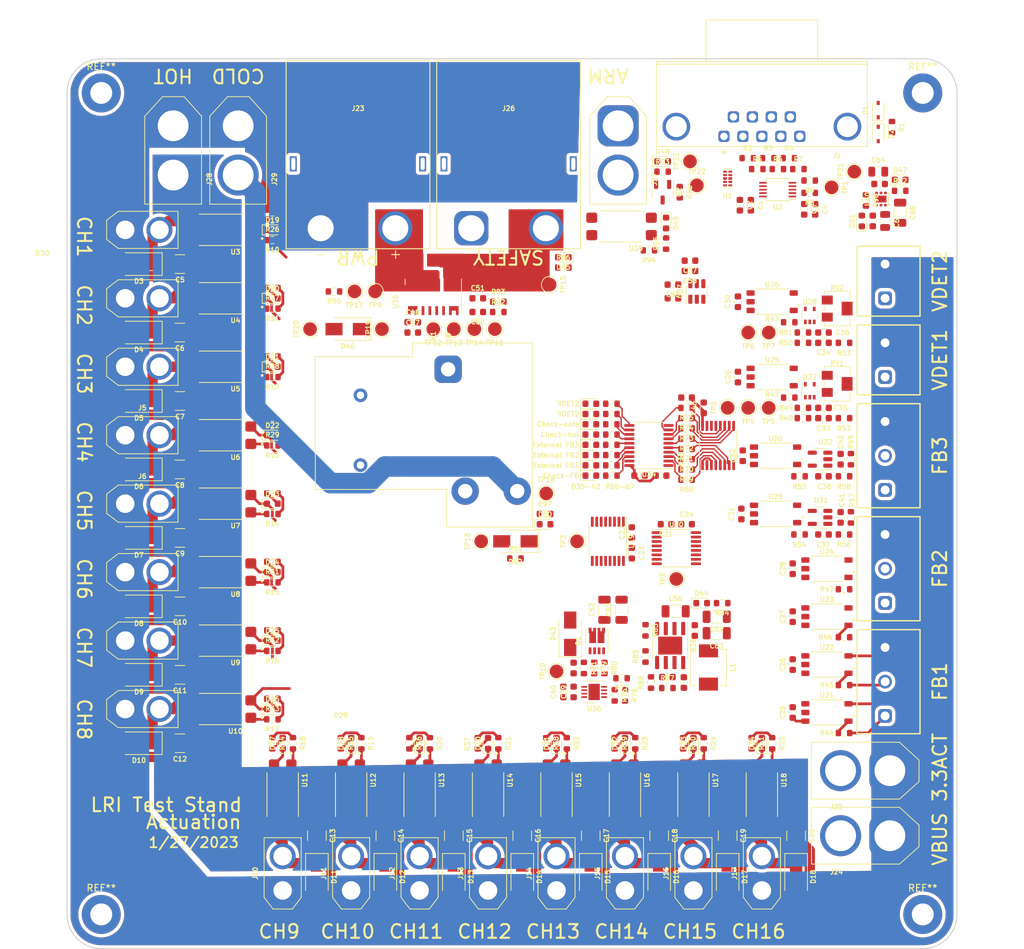
<source format=kicad_pcb>
(kicad_pcb (version 20211014) (generator pcbnew)
  (layers (0 "F.Cu" signal) (1 "In1.Cu" signal) (2 "In2.Cu" signal) (31 "B.Cu" signal) (34 "B.Paste" user) (35 "F.Paste" user) (36 "B.SilkS" user "B.Silkscreen") (37 "F.SilkS" user "F.Silkscreen") (38 "B.Mask" user) (39 "F.Mask" user) (44 "Edge.Cuts" user))
  (net 0 "")
  (net 1 "+3.3V")
  (net 2 "GND")
  (net 3 "GNDPWR")
  (net 4 "3.3V_ACT")
  (net 5 "Net-(C33-Pad2)")
  (net 6 "Net-(C34-Pad1)")
  (net 7 "Net-(C33-Pad1)")
  (net 8 "VBUS")
  (net 9 "Net-(C41-Pad1)")
  (net 10 "Net-(C42-Pad1)")
  (net 11 "+5V")
  (net 12 "/ENERGIZE")
  (net 13 "Net-(D3-Pad1)")
  (net 14 "Net-(D4-Pad1)")
  (net 15 "Net-(D5-Pad1)")
  (net 16 "Net-(D6-Pad1)")
  (net 17 "Net-(D7-Pad1)")
  (net 18 "Net-(D8-Pad1)")
  (net 19 "Net-(D9-Pad1)")
  (net 20 "Net-(D10-Pad1)")
  (net 21 "Net-(D11-Pad1)")
  (net 22 "Net-(D12-Pad1)")
  (net 23 "Net-(D13-Pad1)")
  (net 24 "Net-(D14-Pad1)")
  (net 25 "Net-(D15-Pad1)")
  (net 26 "Net-(D16-Pad1)")
  (net 27 "Net-(D17-Pad1)")
  (net 28 "Net-(D18-Pad1)")
  (net 29 "/Actuator Channels/ACT_CH1")
  (net 30 "Net-(D19-Pad2)")
  (net 31 "/Actuator Channels/ACT_CH2")
  (net 32 "Net-(D20-Pad2)")
  (net 33 "/Actuator Channels/ACT_CH3")
  (net 34 "Net-(D21-Pad2)")
  (net 35 "/Actuator Channels/ACT_CH4")
  (net 36 "Net-(D22-Pad2)")
  (net 37 "/Actuator Channels/ACT_CH5")
  (net 38 "Net-(D23-Pad2)")
  (net 39 "/Actuator Channels/ACT_CH6")
  (net 40 "Net-(D24-Pad2)")
  (net 41 "/Actuator Channels/ACT_CH7")
  (net 42 "Net-(D25-Pad2)")
  (net 43 "/Actuator Channels/ACT_CH8")
  (net 44 "Net-(D26-Pad2)")
  (net 45 "/Actuator Channels/ACT_CH9")
  (net 46 "Net-(D27-Pad2)")
  (net 47 "/Actuator Channels/ACT_CH10")
  (net 48 "Net-(D28-Pad2)")
  (net 49 "/Actuator Channels/ACT_CH11")
  (net 50 "Net-(D29-Pad2)")
  (net 51 "/Actuator Channels/ACT_CH12")
  (net 52 "Net-(D30-Pad2)")
  (net 53 "/Actuator Channels/ACT_CH13")
  (net 54 "Net-(D31-Pad2)")
  (net 55 "/Actuator Channels/ACT_CH14")
  (net 56 "Net-(D32-Pad2)")
  (net 57 "/Actuator Channels/ACT_CH15")
  (net 58 "Net-(D33-Pad2)")
  (net 59 "/Actuator Channels/ACT_CH16")
  (net 60 "Net-(D34-Pad2)")
  (net 61 "Net-(D35-Pad2)")
  (net 62 "Net-(D36-Pad2)")
  (net 63 "Net-(D37-Pad2)")
  (net 64 "Net-(D38-Pad2)")
  (net 65 "Net-(D39-Pad2)")
  (net 66 "Net-(D40-Pad2)")
  (net 67 "Net-(D41-Pad2)")
  (net 68 "Net-(D42-Pad2)")
  (net 69 "VDC")
  (net 70 "Net-(D44-Pad2)")
  (net 71 "Net-(D45-Pad2)")
  (net 72 "/Power/COIL+")
  (net 73 "/Power/COIL-")
  (net 74 "Net-(D47-Pad2)")
  (net 75 "Net-(D48-Pad2)")
  (net 76 "Net-(D49-Pad1)")
  (net 77 "Net-(D49-Pad2)")
  (net 78 "Net-(D50-Pad2)")
  (net 79 "Net-(D51-Pad2)")
  (net 80 "/SCL+")
  (net 81 "/SCL-")
  (net 82 "/SDA+")
  (net 83 "/SDA-")
  (net 84 "Net-(J1-PadSH)")
  (net 85 "Net-(J18-Pad2)")
  (net 86 "Net-(J19-Pad2)")
  (net 87 "Net-(J20-Pad2)")
  (net 88 "Net-(J22-Pad1)")
  (net 89 "Vdrive")
  (net 90 "Net-(C34-Pad2)")
  (net 91 "Net-(Q1-Pad1)")
  (net 92 "Net-(Q1-Pad2)")
  (net 93 "Net-(Q1-Pad4)")
  (net 94 "/SDA")
  (net 95 "/SCL")
  (net 96 "Net-(R10-Pad2)")
  (net 97 "Net-(R11-Pad2)")
  (net 98 "Net-(R12-Pad2)")
  (net 99 "Net-(R13-Pad2)")
  (net 100 "Net-(R14-Pad2)")
  (net 101 "Net-(R15-Pad2)")
  (net 102 "Net-(R16-Pad2)")
  (net 103 "Net-(R17-Pad2)")
  (net 104 "Net-(R18-Pad2)")
  (net 105 "Net-(R19-Pad2)")
  (net 106 "Net-(R20-Pad2)")
  (net 107 "Net-(R21-Pad2)")
  (net 108 "Net-(R22-Pad2)")
  (net 109 "Net-(R23-Pad2)")
  (net 110 "Net-(R24-Pad2)")
  (net 111 "Net-(R25-Pad2)")
  (net 112 "Net-(R42-Pad1)")
  (net 113 "Net-(R42-Pad2)")
  (net 114 "Net-(R43-Pad1)")
  (net 115 "Net-(R43-Pad2)")
  (net 116 "Net-(R44-Pad1)")
  (net 117 "Net-(R45-Pad1)")
  (net 118 "Net-(R46-Pad1)")
  (net 119 "Net-(R47-Pad1)")
  (net 120 "Net-(R54-Pad1)")
  (net 121 "Net-(R54-Pad2)")
  (net 122 "Net-(R55-Pad1)")
  (net 123 "/Feedback Channels/FB_CH1_LED")
  (net 124 "/Feedback Channels/FB_CH2_LED")
  (net 125 "/Feedback Channels/FB_CH3_LED")
  (net 126 "/Feedback Channels/FB_CH4_LED")
  (net 127 "/Feedback Channels/FB_CH5_LED")
  (net 128 "/Feedback Channels/FB_CH6_LED")
  (net 129 "/Feedback Channels/FB_CH7_LED")
  (net 130 "/Feedback Channels/FB_CH0_LED")
  (net 131 "/Feedback Channels/FB_CH1")
  (net 132 "/Feedback Channels/FB_CH2")
  (net 133 "Net-(R68-Pad1)")
  (net 134 "/Feedback Channels/FB_CH3")
  (net 135 "Net-(R69-Pad1)")
  (net 136 "/Feedback Channels/FB_CH4")
  (net 137 "Net-(R70-Pad1)")
  (net 138 "/Feedback Channels/FB_CH5")
  (net 139 "Net-(R71-Pad1)")
  (net 140 "/Feedback Channels/FB_CH6")
  (net 141 "Net-(R72-Pad1)")
  (net 142 "/Feedback Channels/FB_CH7")
  (net 143 "Net-(R73-Pad1)")
  (net 144 "/Feedback Channels/FB_CH0")
  (net 145 "Net-(R74-Pad1)")
  (net 146 "Net-(R76-Pad1)")
  (net 153 "Net-(C49-Pad1)")
  (net 154 "Net-(C50-Pad1)")
  (net 155 "Net-(C51-Pad1)")
  (net 156 "Net-(C54-Pad1)")
  (net 157 "Net-(C55-Pad1)")
  (net 158 "Net-(C59-Pad1)")
  (net 159 "Net-(C59-Pad2)")
  (net 160 "Net-(C60-Pad1)")
  (net 161 "Net-(C61-Pad1)")
  (net 162 "VDESAFED")
  (net 163 "Net-(J27-Pad1)")
  (net 164 "VCOLD")
  (net 165 "Net-(J21-Pad1)")
  (net 166 "Net-(R55-Pad2)")
  (net 167 "Net-(R75-Pad1)")
  (net 168 "Net-(R78-Pad1)")
  (net 169 "Net-(R79-Pad2)")
  (net 170 "Net-(R85-Pad1)")
  (net 171 "Net-(R88-Pad2)")
  (net 172 "Net-(R94-Pad2)")
  (net 173 "Net-(TP1-Pad1)")
  (net 174 "Net-(TP2-Pad1)")
  (net 175 "Net-(TP3-Pad1)")
  (net 176 "Net-(TP8-Pad1)")
  (net 177 "Net-(TP13-Pad1)")
  (net 178 "Net-(TP12-Pad1)")
  (net 182 "/Power/PWR_IN")
  (footprint "Resistor_SMD:R_0603_1608Metric" (layer "F.Cu") (at 156.5 128 -90)
    (fp_text reference "R78")
    (fp_text value "510k")
  )
  (footprint "Capacitor_SMD:C_0603_1608Metric" (layer "F.Cu") (at 185.5 96)
    (fp_text reference "C38")
    (fp_text value "0.1uF")
  )
  (footprint "Capacitor_SMD:C_1210_3225Metric" (layer "F.Cu") (at 121.5 148.5 -90)
    (fp_text reference "C14")
    (fp_text value "C_Small")
  )
  (footprint "Diode_SMD:D_SMA" (layer "F.Cu") (at 85.5 65 180)
    (fp_text reference "D3")
    (fp_text value "B2100A-13-F")
  )
  (footprint "LED_SMD:LED_0603_1608Metric" (layer "F.Cu") (at 151.515 95.9)
    (fp_text reference "D35" hide)
    (fp_text value "CHK FB")
  )
  (footprint "TestPoint:TestPoint_Pad_D2.0mm" (layer "F.Cu") (at 135.5 105.5 90)
    (fp_text reference "TP16")
    (fp_text value "TestPoint_Alt")
  )
  (footprint "actuation:TLP241A" (layer "F.Cu") (at 97.5 130 180)
    (fp_text reference "U10")
    (fp_text value "TLP241A")
  )
  (footprint "actuation:XT30U-M" (layer "F.Cu") (at 83.5 120)
    (fp_text reference "J8" hide)
    (fp_text value "ACT CH7")
  )
  (footprint "Resistor_SMD:R_0603_1608Metric" (layer "F.Cu") (at 175 135 -90)
    (fp_text reference "R41")
    (fp_text value "470R")
  )
  (footprint "TestPoint:TestPoint_Pad_D2.0mm" (layer "F.Cu") (at 120 69 180)
    (fp_text reference "TP9")
    (fp_text value "TestPoint_Alt")
  )
  (footprint "TestPoint:TestPoint_Pad_D2.0mm" (layer "F.Cu") (at 166 50 90)
    (fp_text reference "TP23")
    (fp_text value "TestPoint_Alt")
  )
  (footprint "actuation:1935174" (layer "F.Cu") (at 194.5 93 90)
    (fp_text reference "J20" hide)
    (fp_text value "FB CH3")
  )
  (footprint "Capacitor_SMD:C_0603_1608Metric" (layer "F.Cu") (at 135 70 180)
    (fp_text reference "C51")
    (fp_text value "6.8nF")
  )
  (footprint "Resistor_SMD:R_0603_1608Metric" (layer "F.Cu") (at 105 88.5 180)
    (fp_text reference "R29")
    (fp_text value "470R")
  )
  (footprint "Resistor_SMD:R_0603_1608Metric" (layer "F.Cu") (at 178.835 51.125)
    (fp_text reference "R6")
    (fp_text value "120R")
  )
  (footprint "Capacitor_SMD:C_0603_1608Metric" (layer "F.Cu") (at 165.1 126.125 90)
    (fp_text reference "C60" hide)
    (fp_text value "3.3nF")
  )
  (footprint "Package_SO:TSSOP-16_4.4x5mm_P0.65mm" (layer "F.Cu") (at 154 105.5 -90)
    (fp_text reference "U19")
    (fp_text value "PCA9534")
  )
  (footprint "MountingHole:MountingHole_3.2mm_M3_ISO7380_Pad" (layer "F.Cu") (at 80 40)
    (fp_text reference "REF**")
    (fp_text value "MountingHole_3.2mm_M3_ISO7380_Pad")
  )
  (footprint "Resistor_SMD:R_0603_1608Metric" (layer "F.Cu") (at 195.5 45 -90)
    (fp_text reference "R1")
    (fp_text value "DNI")
  )
  (footprint "Capacitor_SMD:C_0603_1608Metric" (layer "F.Cu") (at 168 86 90)
    (fp_text reference "C43")
    (fp_text value "1uF")
  )
  (footprint "Resistor_SMD:R_0603_1608Metric" (layer "F.Cu") (at 189.5 102 90)
    (fp_text reference "R57")
    (fp_text value "13k")
  )
  (footprint "Resistor_SMD:R_0603_1608Metric" (layer "F.Cu") (at 182.5 76.5)
    (fp_text reference "R50")
    (fp_text value "47k")
  )
  (footprint "TestPoint:TestPoint_Pad_D2.0mm" (layer "F.Cu") (at 131.5 74.5 180)
    (fp_text reference "TP13")
    (fp_text value "TestPoint_Alt")
  )
  (footprint "Connector_AMASS:AMASS_XT60-M_1x02_P7.20mm_Vertical" (layer "F.Cu") (at 100 49 -90)
    (fp_text reference "J29")
    (fp_text value "ACT COLD")
  )
  (footprint "Resistor_SMD:R_0603_1608Metric" (layer "F.Cu") (at 145 135 -90)
    (fp_text reference "R38")
    (fp_text value "470R")
  )
  (footprint "Diode_SMD:D_SMA" (layer "F.Cu") (at 85.5 105 180)
    (fp_text reference "D7")
    (fp_text value "B2100A-13-F")
  )
  (footprint "actuation:TLP2366" (layer "F.Cu") (at 178 81.5 180)
    (fp_text reference "U25")
    (fp_text value "TLP2366")
  )
  (footprint "Capacitor_SMD:C_1210_3225Metric" (layer "F.Cu") (at 161.5 148.5 -90)
    (fp_text reference "C18")
    (fp_text value "C_Small")
  )
  (footprint "MountingHole:MountingHole_3.2mm_M3_ISO7380_Pad" (layer "F.Cu") (at 80 160)
    (fp_text reference "REF**")
    (fp_text value "MountingHole_3.2mm_M3_ISO7380_Pad")
  )
  (footprint "Resistor_SMD:R_0603_1608Metric" (layer "F.Cu") (at 150.5 124 -90)
    (fp_text reference "R81")
    (fp_text value "5.1k")
  )
  (footprint "Diode_SMD:D_SMA" (layer "F.Cu") (at 131.5 154.5 -90)
    (fp_text reference "D13")
    (fp_text value "B2100A-13-F")
  )
  (footprint "Resistor_SMD:R_0603_1608Metric" (layer "F.Cu") (at 160.3 126.125 90)
    (fp_text reference "R88")
    (fp_text value "69.8k")
  )
  (footprint "Capacitor_SMD:C_1210_3225Metric" (layer "F.Cu") (at 91.5 105 180)
    (fp_text reference "C9")
    (fp_text value "C_Small")
  )
  (footprint "Capacitor_SMD:C_0805_2012Metric" (layer "F.Cu") (at 194.5 58.7 -90)
    (fp_text reference "C67")
    (fp_text value "10uF")
  )
  (footprint "actuation:XT30U-M" (layer "F.Cu") (at 176.5 156.5 90)
    (fp_text reference "J17")
    (fp_text value "ACT CH16")
  )
  (footprint "Resistor_SMD:R_0603_1608Metric" (layer "F.Cu") (at 105 108.5 180)
    (fp_text reference "R31")
    (fp_text value "470R")
  )
  (footprint "Capacitor_SMD:C_1210_3225Metric" (layer "F.Cu") (at 131.5 148.5 -90)
    (fp_text reference "C15")
    (fp_text value "C_Small")
  )
  (footprint "actuation:182-009-213R561" (layer "F.Cu") (at 176.5 44.9255 180)
    (fp_text reference "J1")
    (fp_text value "ACTUATION")
  )
  (footprint "Resistor_SMD:R_0603_1608Metric" (layer "F.Cu") (at 155 135 -90)
    (fp_text reference "R39")
    (fp_text value "470R")
  )
  (footprint "actuation:XT30U-M" (layer "F.Cu") (at 83.5 80)
    (fp_text reference "J4" hide)
    (fp_text value "ACT CH3")
  )
  (footprint "LED_SMD:LED_0603_1608Metric" (layer "F.Cu") (at 151.515 88.4)
    (fp_text reference "D40" hide)
    (fp_text value "FB CH3")
  )
  (footprint "Resistor_SMD:R_0603_1608Metric" (layer "F.Cu") (at 105 128.5 180)
    (fp_text reference "R33")
    (fp_text value "470R")
  )
  (footprint "Capacitor_SMD:C_0603_1608Metric" (layer "F.Cu") (at 135 72 180)
    (fp_text reference "C50")
    (fp_text value "6.8nF")
  )
  (footprint "Package_DFN_QFN:DFN-8-1EP_3x3mm_P0.5mm_EP1.65x2.38mm" (layer "F.Cu") (at 152 127.5 180)
    (fp_text reference "U36")
    (fp_text value "LTC4367")
  )
  (footprint "Resistor_SMD:R_0603_1608Metric" (layer "F.Cu") (at 154.515 86.9 180)
    (fp_text reference "R66" hide)
    (fp_text value "470R")
  )
  (footprint "TestPoint:TestPoint_Pad_D2.0mm" (layer "F.Cu") (at 190 51.5 90)
    (fp_text reference "TP21")
    (fp_text value "TestPoint_Alt")
  )
  (footprint "Capacitor_SMD:C_0603_1608Metric" (layer "F.Cu") (at 173.7 93 90)
    (fp_text reference "C32")
    (fp_text value "0.1uF")
  )
  (footprint "Resistor_SMD:R_0603_1608Metric" (layer "F.Cu") (at 180.5 73.5)
    (fp_text reference "R43")
    (fp_text value "270R")
  )
  (footprint "Resistor_SMD:R_0603_1608Metric" (layer "F.Cu") (at 105 118.5 180)
    (fp_text reference "R32")
    (fp_text value "470R")
  )
  (footprint "Capacitor_SMD:C_0603_1608Metric" (layer "F.Cu") (at 163.5 68 180)
    (fp_text reference "C55")
    (fp_text value "10nF")
  )
  (footprint "Potentiometer_SMD:Potentiometer_Bourns_3224W_Vertical" (layer "F.Cu") (at 187.5 71.5 90)
    (fp_text reference "RV2")
    (fp_text value "10k")
  )
  (footprint "Capacitor_SMD:C_0603_1608Metric" (layer "F.Cu") (at 149 124 -90)
    (fp_text reference "C49" hide)
    (fp_text value "6nF")
  )
  (footprint "Resistor_SMD:R_0603_1608Metric" (layer "F.Cu") (at 182.5 75)
    (fp_text reference "R51")
    (fp_text value "20k")
  )
  (footprint "Resistor_SMD:R_0603_1608Metric" (layer "F.Cu") (at 154.515 91.4 180)
    (fp_text reference "R63" hide)
    (fp_text value "470R")
  )
  (footprint "Resistor_SMD:R_0603_1608Metric" (layer "F.Cu") (at 188.5 96)
    (fp_text reference "R58")
    (fp_text value "100k")
  )
  (footprint "actuation:TLP241A" (layer "F.Cu") (at 116.5 142.5 -90)
    (fp_text reference "U12")
    (fp_text value "TLP241A")
  )
  (footprint "LED_SMD:LED_0603_1608Metric" (layer "F.Cu") (at 162.5 59 -90)
    (fp_text reference "D49")
    (fp_text value "ENERGIZE CTRL")
  )
  (footprint "TestPoint:TestPoint_Pad_D2.0mm" (layer "F.Cu") (at 149.5 105.5 90)
    (fp_text reference "TP3")
    (fp_text value "TestPoint_Alt")
  )
  (footprint "Resistor_SMD:R_0603_1608Metric" (layer "F.Cu") (at 162.5 62 90)
    (fp_text reference "R95")
    (fp_text value "470R")
  )
  (footprint "Resistor_SMD:R_0603_1608Metric" (layer "F.Cu") (at 158 135 -90)
    (fp_text reference "R23")
    (fp_text value "270R")
  )
  (footprint "Resistor_SMD:R_0603_1608Metric" (layer "F.Cu") (at 188.5 87.5)
    (fp_text reference "R52")
    (fp_text value "100k")
  )
  (footprint "Resistor_SMD:R_0603_1608Metric" (layer "F.Cu") (at 181.835 51.125)
    (fp_text reference "R7")
    (fp_text value "600R")
  )
  (footprint "Package_TO_SOT_SMD:SOT-23-5" (layer "F.Cu") (at 185 93.5 180)
    (fp_text reference "U32")
    (fp_text value "74LVC1G126")
  )
  (footprint "Capacitor_SMD:C_1210_3225Metric" (layer "F.Cu") (at 141.5 148.5 -90)
    (fp_text reference "C16")
    (fp_text value "C_Small")
  )
  (footprint "LED_SMD:LED_0603_1608Metric" (layer "F.Cu") (at 151.515 89.9)
    (fp_text reference "D39" hide)
    (fp_text value "FB CH2")
  )
  (footprint "Capacitor_SMD:C_1206_3216Metric" (layer "F.Cu") (at 156 115.5 90)
    (fp_text reference "C53")
    (fp_text value "10uF")
  )
  (footprint "Capacitor_SMD:C_0603_1608Metric" (layer "F.Cu") (at 157.5 104.225 90)
    (fp_text reference "C22")
    (fp_text value "1uF")
  )
  (footprint "Resistor_SMD:R_0603_1608Metric" (layer "F.Cu") (at 105 68.5 180)
    (fp_text reference "R27")
    (fp_text value "470R")
  )
  (footprint "LED_SMD:LED_0603_1608Metric" (layer "F.Cu") (at 105 120)
    (fp_text reference "D25")
    (fp_text value "ACT CH7")
  )
  (footprint "Resistor_SMD:R_0603_1608Metric" (layer "F.Cu") (at 188.5 104.5 180)
    (fp_text reference "R56")
    (fp_text value "100k")
  )
  (footprint "actuation:XT30U-M" (layer "F.Cu") (at 106.5 156.5 90)
    (fp_text reference "J10")
    (fp_text value "ACT CH9")
  )
  (footprint "Resistor_SMD:R_0603_1608Metric" (layer "F.Cu") (at 105 101.5 180)
    (fp_text reference "R14")
    (fp_text value "270R")
  )
  (footprint "Resistor_SMD:R_0603_1608Metric" (layer "F.Cu") (at 154.515 85.4 180)
    (fp_text reference "R67" hide)
    (fp_text value "470R")
  )
  (footprint "Capacitor_SMD:C_1210_3225Metric" (layer "F.Cu") (at 91.5 115 180)
    (fp_text reference "C10")
    (fp_text value "C_Small")
  )
  (footprint "Capacitor_SMD:C_0603_1608Metric" (layer "F.Cu") (at 174.885 56.4 -90)
    (fp_text reference "C1")
    (fp_text value "0.1uF")
  )
  (footprint "Resistor_SMD:R_0603_1608Metric" (layer "F.Cu") (at 191.7 55.7 -90)
    (fp_text reference "R98")
    (fp_text value "470R")
  )
  (footprint "Resistor_SMD:R_0603_1608Metric" (layer "F.Cu") (at 125 135 -90)
    (fp_text reference "R36")
    (fp_text value "470R")
  )
  (footprint "Capacitor_SMD:C_0603_1608Metric" (layer "F.Cu") (at 165.5 103)
    (fp_text reference "C24")
    (fp_text value "0.1uF")
  )
  (footprint "LED_SMD:LED_0603_1608Metric" (layer "F.Cu") (at 105 70)
    (fp_text reference "D20")
    (fp_text value "ACT CH2")
  )
  (footprint "actuation:1935174" (layer "F.Cu") (at 194.5 109.5 90)
    (fp_text reference "J19" hide)
    (fp_text value "FB CH2")
  )
  (footprint "Diode_SMD:D_SMA" (layer "F.Cu") (at 85.5 95 180)
    (fp_text reference "D6")
    (fp_text value "B2100A-13-F")
  )
  (footprint "actuation:TLP2366" (layer "F.Cu") (at 178.5 93 180)
    (fp_text reference "U30")
    (fp_text value "TLP2366")
  )
  (footprint "Capacitor_SMD:C_0603_1608Metric" (layer "F.Cu") (at 157.5 107.225 -90)
    (fp_text reference "C23")
    (fp_text value "0.1uF")
  )
  (footprint "actuation:TLP241A" (layer "F.Cu") (at 156.5 142.5 -90)
    (fp_text reference "U16")
    (fp_text value "TLP241A")
  )
  (footprint "Capacitor_SMD:C_0603_1608Metric" (layer "F.Cu") (at 182.685 57 -90)
    (fp_text reference "C3")
    (fp_text value "0.1uF")
  )
  (footprint "actuation:XT30U-M" (layer "F.Cu") (at 83.5 60)
    (fp_text reference "J2" hide)
    (fp_text value "ACT CH1")
  )
  (footprint "Capacitor_SMD:C_0603_1608Metric" (layer "F.Cu") (at 181 130.5 90)
    (fp_text reference "C25")
    (fp_text value "0.1uF")
  )
  (footprint "Resistor_SMD:R_0603_1608Metric" (layer "F.Cu") (at 148 135 -90)
    (fp_text reference "R22")
    (fp_text value "270R")
  )
  (footprint "LED_SMD:LED_0603_1608Metric" (layer "F.Cu") (at 105 110)
    (fp_text reference "D24")
    (fp_text value "ACT CH6")
  )
  (footprint "LED_SMD:LED_0603_1608Metric" (layer "F.Cu") (at 156.5 135 90)
    (fp_text reference "D32")
    (fp_text value "ACT CH14")
  )
  (footprint "actuation:TLP241A" (layer "F.Cu") (at 156 59.5 180)
    (fp_text reference "U39")
    (fp_text value "TLP241A")
  )
  (footprint "Resistor_SMD:R_0603_1608Metric" (layer "F.Cu") (at 105 98.5 180)
    (fp_text reference "R30")
    (fp_text value "470R")
  )
  (footprint "actuation:TLP241A" (layer "F.Cu") (at 97.5 90 180)
    (fp_text reference "U6")
    (fp_text value "TLP241A")
  )
  (footprint "Package_SO:TSSOP-16_4.4x5mm_P0.65mm" (layer "F.Cu") (at 164 106.5)
    (fp_text reference "U20")
    (fp_text value "PCA9534")
  )
  (footprint "Capacitor_SMD:C_0603_1608Metric" (layer "F.Cu") (at 173 70.5 90)
    (fp_text reference "C30")
    (fp_text value "0.1uF")
  )
  (footprint "LED_SMD:LED_0603_1608Metric" (layer "F.Cu") (at 151.515 92.9)
    (fp_text reference "D37" hide)
    (fp_text value "CHK SAF")
  )
  (footprint "LED_SMD:LED_0603_1608Metric" (layer "F.Cu") (at 151.515 91.4)
    (fp_text reference "D38" hide)
    (fp_text value "FB CH1")
  )
  (footprint "Resistor_SMD:R_0603_1608Metric" (layer "F.Cu") (at 160 63 180)
    (fp_text reference "R94")
    (fp_text value "270R")
  )
  (footprint "TestPoint:TestPoint_Pad_D2.0mm" (layer "F.Cu") (at 177.5 86 -90)
    (fp_text reference "TP5")
    (fp_text value "TestPoint_Alt")
  )
  (footprint "actuation:TLP2366" (layer "F.Cu") (at 178 70.5 180)
    (fp_text reference "U26")
    (fp_text value "TLP2366")
  )
  (footprint "actuation:1935161" (layer "F.Cu") (at 194.5 67.5 90)
    (fp_text reference "J22" hide)
    (fp_text value "VDET CH2")
  )
  (footprint "Resistor_SMD:R_0603_1608Metric" (layer "F.Cu") (at 105 78.5 180)
    (fp_text reference "R28")
    (fp_text value "470R")
  )
  (footprint "Diode_SMD:D_SMA" (layer "F.Cu") (at 171.5 154.5 -90)
    (fp_text reference "D17")
    (fp_text value "B2100A-13-F")
  )
  (footprint "Inductor_SMD:L_Vishay_IHLP-2020" (layer "F.Cu") (at 168.7 123.925 -90)
    (fp_text reference "L1")
    (fp_text value "4.7uH")
  )
  (footprint "Resistor_SMD:R_0603_1608Metric" (layer "F.Cu") (at 159.5 118.5 -90)
    (fp_text reference "R85")
    (fp_text value "200k")
  )
  (footprint "Package_SO:TSSOP-10_3x3mm_P0.5mm" (layer "F.Cu") (at 178.81 54.125 180)
    (fp_text reference "U2")
    (fp_text value "PCA9615")
  )
  (footprint "LED_SMD:LED_0603_1608Metric" (layer "F.Cu") (at 146.5 135 90)
    (fp_text reference "D31")
    (fp_text value "ACT CH13")
  )
  (footprint "Resistor_SMD:R_0603_1608Metric" (layer "F.Cu") (at 177.435 49.525)
    (fp_text reference "R3")
    (fp_text value "120R")
  )
  (footprint "actuation:XT30U-M" (layer "F.Cu") (at 156.5 156.5 90)
    (fp_text reference "J15")
    (fp_text value "ACT CH14")
  )
  (footprint "Capacitor_SMD:C_1206_3216Metric" (layer "F.Cu") (at 196.7 57.5 -90)
    (fp_text reference "C68")
    (fp_text value "22uF")
  )
  (footprint "actuation:XT30U-M" (layer "F.Cu") (at 166.5 156.5 90)
    (fp_text reference "J16")
    (fp_text value "ACT CH15")
  )
  (footprint "Diode_SMD:D_SMA" (layer "F.Cu") (at 161.5 154.5 -90)
    (fp_text reference "D16")
    (fp_text value "B2100A-13-F")
  )
  (footprint "Capacitor_SMD:C_0603_1608Metric" (layer "F.Cu") (at 162.5 103 180)
    (fp_text reference "C21")
    (fp_text value "1uF")
  )
  (footprint "Capacitor_SMD:C_0603_1608Metric" (layer "F.Cu") (at 173.285 56.4 -90)
    (fp_text reference "C2")
    (fp_text value "1uF")
  )
  (footprint "Resistor_SMD:R_0603_1608Metric" (layer "F.Cu") (at 152 124 -90)
    (fp_text reference "R79")
    (fp_text value "10R")
  )
  (footprint "TestPoint:TestPoint_Pad_D2.0mm" (layer "F.Cu") (at 186.685 53.8 -90)
    (fp_text reference "TP1")
    (fp_text value "TestPoint_Alt")
  )
  (footprint "TestPoint:TestPoint_Pad_D2.0mm" (layer "F.Cu") (at 164 111 90)
    (fp_text reference "TP2")
    (fp_text value "TestPoint_Alt")
  )
  (footprint "Diode_SMD:D_SOD-323" (layer "F.Cu") (at 193.5 46 -90)
    (fp_text reference "D2")
    (fp_text value "PESD3V3L1BA,115")
  )
  (footprint "Resistor_SMD:R_0603_1608Metric" (layer "F.Cu") (at 138 70.5)
    (fp_text reference "R83")
    (fp_text value "270R")
  )
  (footprint "Connector_AMASS:AMASS_XT60-M_1x02_P7.20mm_Vertical" (layer "F.Cu") (at 191 139 180)
    (fp_text reference "J25")
    (fp_text value "PWR 3.3V")
  )
  (footprint "Capacitor_SMD:C_0603_1608Metric" (layer "F.Cu") (at 173 81.5 90)
    (fp_text reference "C29")
    (fp_text value "0.1uF")
  )
  (footprint "Capacitor_SMD:C_0603_1608Metric" (layer "F.Cu") (at 125.5 75)
    (fp_text reference "C47")
    (fp_text value "1uF")
  )
  (footprint "TestPoint:TestPoint_Pad_D2.0mm" (layer "F.Cu") (at 174.5 86 90)
    (fp_text reference "TP4")
    (fp_text value "TestPoint_Alt")
  )
  (footprint "Diode_SMD:D_SMA" (layer "F.Cu") (at 121.5 154.5 -90)
    (fp_text reference "D12")
    (fp_text value "B2100A-13-F")
  )
  (footprint "Capacitor_SMD:C_0603_1608Metric" (layer "F.Cu") (at 158.6375 95.9)
    (fp_text reference "C46" hide)
    (fp_text value "0.1uF")
  )
  (footprint "Capacitor_SMD:C_0805_2012Metric" (layer "F.Cu") (at 193.5 51.5)
    (fp_text reference "C64")
    (fp_text value "10uF")
  )
  (footprint "TestPoint:TestPoint_Pad_D2.0mm" (layer "F.Cu") (at 128.5 74.5 180)
    (fp_text reference "TP12")
    (fp_text value "TestPoint_Alt")
  )
  (footprint "Resistor_SMD:R_0603_1608Metric" (layer "F.Cu") (at 175.835 51.125)
    (fp_text reference "R5")
    (fp_text value "600R")
  )
  (footprint "Resistor_SMD:R_0603_1608Metric" (layer "F.Cu") (at 153.5 124 -90)
    (fp_text reference "R80")
    (fp_text value "10R")
  )
  (footprint "Resistor_SMD:R_0603_1608Metric" (layer "F.Cu") (at 183.485 54.6 180)
    (fp_text reference "R8")
    (fp_text value "4.7k")
  )
  (footprint "Capacitor_SMD:C_1210_3225Metric" (layer "F.Cu") (at 181.5 148.5 -90)
    (fp_text reference "C20")
    (fp_text value "C_Small")
  )
  (footprint "actuation:XT30U-M" (layer "F.Cu") (at 116.5 156.5 90)
    (fp_text reference "J11")
    (fp_text value "ACT CH10")
  )
  (footprint "Diode_SMD:D_SMA" (layer "F.Cu") (at 111.5 154.5 -90)
    (fp_text reference "D11")
    (fp_text value "B2100A-13-F")
  )
  (footprint "actuation:1935161" (layer "F.Cu") (at 194.5 79 90)
    (fp_text reference "J21" hide)
    (fp_text value "VDET CH1")
  )
  (footprint "Package_TO_SOT_SMD:SOT-353_SC-70-5" (layer "F.Cu") (at 183.5 72.5 90)
    (fp_text reference "U28")
    (fp_text value "TLV7031")
  )
  (footprint "actuation:XT90PW-M" (layer "F.Cu") (at 117.5 59.7625)
    (fp_text reference "J23")
    (fp_text value "PWR IN")
  )
  (footprint "Capacitor_SMD:C_1210_3225Metric" (layer "F.Cu") (at 91.475 75 180)
    (fp_text reference "C6")
    (fp_text value "C_Small")
  )
  (footprint "Resistor_SMD:R_0603_1608Metric" (layer "F.Cu") (at 154.515 92.9 180)
    (fp_text reference "R62" hide)
    (fp_text value "470R")
  )
  (footprint "Resistor_SMD:R_0603_1608Metric" (layer "F.Cu") (at 164.5 54.5 -90)
    (fp_text reference "R96")
    (fp_text value "10k")
  )
  (footprint "actuation:TLP2366" (layer "F.Cu") (at 186 116.5 180)
    (fp_text reference "U23")
    (fp_text value "TLP2366")
  )
  (footprint "Capacitor_SMD:C_0603_1608Metric" (layer "F.Cu") (at 166.7 118.525 -90)
    (fp_text reference "C59" hide)
    (fp_text value "0.1uF")
  )
  (footprint "LED_SMD:LED_0603_1608Metric" (layer "F.Cu") (at 147.5 64 180)
    (fp_text reference "D45")
    (fp_text value "HOT PWR")
  )
  (footprint "Resistor_SMD:R_0603_1608Metric" (layer "F.Cu") (at 138 72)
    (fp_text reference "R82")
    (fp_text value "270R")
  )
  (footprint "Capacitor_SMD:C_0603_1608Metric" (layer "F.Cu") (at 185.5 87.5 180)
    (fp_text reference "C33")
    (fp_text value "1nF")
  )
  (footprint "Capacitor_SMD:C_0603_1608Metric" (layer "F.Cu") (at 192.7 58.7 -90)
    (fp_text reference "C66" hide)
    (fp_text value "1uF")
  )
  (footprint "Capacitor_SMD:C_1206_3216Metric" (layer "F.Cu") (at 153.5 115.5 90)
    (fp_text reference "C52")
    (fp_text value "10uF")
  )
  (footprint "Resistor_SMD:R_0603_1608Metric" (layer "F.Cu") (at 165.5 96.5 180)
    (fp_text reference "R68")
    (fp_text value "4.7k")
  )
  (footprint "Capacitor_SMD:C_1210_3225Metric" (layer "F.Cu") (at 91.5 125 180)
    (fp_text reference "C11")
    (fp_text value "C_Small")
  )
  (footprint "TestPoint:TestPoint_Pad_D2.0mm" (layer "F.Cu") (at 167 53.5)
    (fp_text reference "TP22")
    (fp_text value "TestPoint_Alt")
  )
  (footprint "Diode_SMD:D_SMA" (layer "F.Cu") (at 85.5 125 180)
    (fp_text reference "D9")
    (fp_text value "B2100A-13-F")
  )
  (footprint "actuation:TLP241A" (layer "F.Cu") (at 97.5 70 180)
    (fp_text reference "U4")
    (fp_text value "TLP241A")
  )
  (footprint "actuation:TLP241A" (layer "F.Cu") (at 126.5 142.5 -90)
    (fp_text reference "U13")
    (fp_text value "TLP241A")
  )
  (footprint "Resistor_SMD:R_0603_1608Metric" (layer "F.Cu") (at 165.5 92 180)
    (fp_text reference "R71")
    (fp_text value "4.7k")
  )
  (footprint "LED_SMD:LED_0603_1608Metric" (layer "F.Cu") (at 136.5 135 90)
    (fp_text reference "D30")
    (fp_text value "ACT CH12")
  )
  (footprint "Capacitor_SMD:C_0603_1608Metric" (layer "F.Cu") (at 181 109.5 90)
    (fp_text reference "C28")
    (fp_text value "0.1uF")
  )
  (footprint "TestPoint:TestPoint_Pad_D2.0mm" (layer "F.Cu") (at 137.5 74.5 180)
    (fp_text reference "TP11")
    (fp_text value "TestPoint_Alt")
  )
  (footprint "Capacitor_SMD:C_1210_3225Metric" (layer "F.Cu") (at 91.475 95 180)
    (fp_text reference "C8")
    (fp_text value "C_Small")
  )
  (footprint "Resistor_SMD:R_0603_1608Metric" (layer "F.Cu") (at 105 91.5 180)
    (fp_text reference "R13")
    (fp_text value "270R")
  )
  (footprint "Capacitor_SMD:C_0603_1608Metric" (layer "F.Cu") (at 166 66 180)
    (fp_text reference "C58")
    (fp_text value "0.1uF")
  )
  (footprint "Capacitor_SMD:C_0603_1608Metric" (layer "F.Cu") (at 184.285 57 -90)
    (fp_text reference "C4")
    (fp_text value "1uF")
  )
  (footprint "Resistor_SMD:R_0603_1608Metric" (layer "F.Cu") (at 174.435 49.525)
    (fp_text reference "R2")
    (fp_text value "600R")
  )
  (footprint "Capacitor_SMD:C_1210_3225Metric" (layer "F.Cu") (at 91.5 85 180)
    (fp_text reference "C7")
    (fp_text value "C_Small")
  )
  (footprint "Capacitor_SMD:C_0603_1608Metric" (layer "F.Cu") (at 181 116.5 90)
    (fp_text reference "C27")
    (fp_text value "0.1uF")
  )
  (footprint "Resistor_SMD:R_0603_1608Metric" (layer "F.Cu") (at 165.5 93.5 180)
    (fp_text reference "R70")
    (fp_text value "4.7k")
  )
  (footprint "Capacitor_SMD:C_0603_1608Metric" (layer "F.Cu") (at 149 127.5 90)
    (fp_text reference "C39")
    (fp_text value "0.1uF")
  )
  (footprint "actuation:TLP241A" (layer "F.Cu") (at 97.5 120 180)
    (fp_text reference "U9")
    (fp_text value "TLP241A")
  )
  (footprint "Package_SO:SOIC-8-1EP_3.9x4.9mm_P1.27mm_EP2.62x3.51mm" (layer "F.Cu") (at 163.1 120.725 -90)
    (fp_text reference "U38")
    (fp_text value "AP64350")
  )
  (footprint "Resistor_SMD:R_0603_1608Metric" (layer "F.Cu") (at 108 135 -90)
    (fp_text reference "R18")
    (fp_text value "270R")
  )
  (footprint "Capacitor_SMD:C_0603_1608Metric" (layer "F.Cu") (at 162.7 125.325)
    (fp_text reference "C61" hide)
    (fp_text value "68nF")
  )
  (footprint "Capacitor_SMD:C_1210_3225Metric" (layer "F.Cu") (at 91.5 65 180)
    (fp_text reference "C5")
    (fp_text value "C_Small")
  )
  (footprint "Package_TO_SOT_SMD:SOT-353_SC-70-5" (layer "F.Cu") (at 183.5 83.5 90)
    (fp_text reference "U27")
    (fp_text value "TLV7031")
  )
  (footprint "LED_SMD:LED_0603_1608Metric" (layer "F.Cu") (at 151.515 85.4)
    (fp_text reference "D42" hide)
    (fp_text value "VDET CH2")
  )
  (footprint "Capacitor_SMD:C_0603_1608Metric" (layer "F.Cu") (at 147.5 127.5 90)
    (fp_text reference "C40")
    (fp_text value "0.1uF")
  )
  (footprint "actuation:XT30U-M" (layer "F.Cu") (at 136.5 156.5 90)
    (fp_text reference "J13")
    (fp_text value "ACT CH12")
  )
  (footprint "actuation:TLP241A" (layer "F.Cu") (at 136.5 142.5 -90)
    (fp_text reference "U14")
    (fp_text value "TLP241A")
  )
  (footprint "TestPoint:TestPoint_Pad_D2.0mm" (layer "F.Cu") (at 174.5 75 180)
    (fp_text reference "TP6")
    (fp_text value "TestPoint_Alt")
  )
  (footprint "Resistor_SMD:R_0603_1608Metric" (layer "F.Cu") (at 182 96 180)
    (fp_text reference "R55")
    (fp_text value "270R")
  )
  (footprint "TestPoint:TestPoint_Pad_D2.0mm" (layer "F.Cu") (at 171.5 86 90)
    (fp_text reference "TP8")
    (fp_text value "TestPoint_Alt")
  )
  (footprint "Capacitor_SMD:C_1210_3225Metric" (layer "F.Cu") (at 91.5 135 180)
    (fp_text reference "C12")
    (fp_text value "C_Small")
  )
  (footprint "actuation:TLP2366" (layer "F.Cu") (at 178.5 101.5 180)
    (fp_text reference "U29")
    (fp_text value "TLP2366")
  )
  (footprint "Resistor_SMD:R_0603_1608Metric" (layer "F.Cu") (at 182.5 86)
    (fp_text reference "R49")
    (fp_text value "20k")
  )
  (footprint "Package_SO:TSSOP-16_4.4x5mm_P0.65mm" (layer "F.Cu") (at 170.1 91.5 90)
    (fp_text reference "U33")
    (fp_text value "PCA9534")
  )
  (footprint "actuation:TLP241A" (layer "F.Cu") (at 97.5 110 180)
    (fp_text reference "U8")
    (fp_text value "TLP241A")
  )
  (footprint "Capacitor_SMD:C_1210_3225Metric" (layer "F.Cu") (at 111.5 148.5 -90)
    (fp_text reference "C13")
    (fp_text value "C_Small")
  )
  (footprint "Resistor_SMD:R_0603_1608Metric" (layer "F.Cu") (at 183.485 52.8 180)
    (fp_text reference "R9")
    (fp_text value "4.7k")
  )
  (footprint "Resistor_SMD:R_0603_1608Metric" (layer "F.Cu") (at 182.5 87.5)
    (fp_text reference "R48")
    (fp_text value "47k")
  )
  (footprint "actuation:TLP241A" (layer "F.Cu") (at 97.5 100 180)
    (fp_text reference "U7")
    (fp_text value "TLP241A")
  )
  (footprint "Resistor_SMD:R_0603_1608Metric" (layer "F.Cu") (at 128 135 -90)
    (fp_text reference "R20")
    (fp_text value "270R")
  )
  (footprint "LED_SMD:LED_0603_1608Metric" (layer "F.Cu") (at 105 130)
    (fp_text reference "D26")
    (fp_text value "ACT CH8")
  )
  (footprint "Capacitor_SMD:C_0603_1608Metric" (layer "F.Cu") (at 185.5 75 180)
    (fp_text reference "C36")
    (fp_text value "0.1uF")
  )
  (footprint "Package_SON:USON-10_2.5x1.0mm_P0.5mm" (layer "F.Cu") (at 171.5 52.5 180)
    (fp_text reference "U1")
    (fp_text value "TPD4E02B04DQA")
  )
  (footprint "Resistor_SMD:R_0603_1608Metric" (layer "F.Cu") (at 140.5 108)
    (fp_text reference "R91")
    (fp_text value "47k")
  )
  (footprint "Diode_SMD:D_SMA" (layer "F.Cu") (at 85.5 75 180)
    (fp_text reference "D4")
    (fp_text value "B2100A-13-F")
  )
  (footprint "Resistor_SMD:R_0603_1608Metric" (layer "F.Cu") (at 178 135 -90)
    (fp_text reference "R25")
    (fp_text value "270R")
  )
  (footprint "Resistor_SMD:R_0603_1608Metric" (layer "F.Cu") (at 165.5 86 180)
    (fp_text reference "R75")
    (fp_text value "4.7k")
  )
  (footprint "MountingHole:MountingHole_3.2mm_M3_ISO7380_Pad" (layer "F.Cu") (at 200 160)
    (fp_text reference "REF**")
    (fp_text value "MountingHole_3.2mm_M3_ISO7380_Pad")
  )
  (footprint "Resistor_SMD:R_0603_1608Metric" (layer "F.Cu") (at 105 81.5 180)
    (fp_text reference "R12")
    (fp_text value "270R")
  )
  (footprint "Resistor_SMD:R_0603_1608Metric" (layer "F.Cu") (at 105 121.5 180)
    (fp_text reference "R16")
    (fp_text value "270R")
  )
  (footprint "Resistor_SMD:R_0603_1608Metric" (layer "F.Cu") (at 154.515 94.4 180)
    (fp_text reference "R61" hide)
    (fp_text value "470R")
  )
  (footprint "Diode_SMD:D_SMA" (layer "F.Cu") (at 85.5 115 180)
    (fp_text reference "D8")
    (fp_text value "B2100A-13-F")
  )
  (footprint "LED_SMD:LED_0603_1608Metric" (layer "F.Cu") (at 106.5 135 90)
    (fp_text reference "D27")
    (fp_text value "ACT CH9")
  )
  (footprint "Capacitor_SMD:C_1206_3216Metric" (layer "F.Cu") (at 169.9 118.925 180)
    (fp_text reference "C63")
    (fp_text value "22uF")
  )
  (footprint "Capacitor_SMD:C_0603_1608Metric" (layer "F.Cu") (at 161.775 95.9)
    (fp_text reference "C44" hide)
    (fp_text value "1uF")
  )
  (footprint "Diode_SMD:D_SMA" (layer "F.Cu") (at 148.5 119 90)
    (fp_text reference "D43")
    (fp_text value "SMAJ40CA-13-F")
  )
  (footprint "Resistor_SMD:R_0603_1608Metric" (layer "F.Cu") (at 105 61.5 180)
    (fp_text reference "R10")
    (fp_text value "270R")
  )
  (footprint "Resistor_SMD:R_0603_1608Metric" (layer "F.Cu") (at 118 135 -90)
    (fp_text reference "R19")
    (fp_text value "270R")
  )
  (footprint "Capacitor_SMD:C_0603_1608Metric" (layer "F.Cu") (at 181 123.5 90)
    (fp_text reference "C26")
    (fp_text value "0.1uF")
  )
  (footprint "Capacitor_SMD:C_0603_1608Metric" (layer "F.Cu") (at 163.5 70 180)
    (fp_text reference "C54" hide)
    (fp_text value "10nF")
  )
  (footprint "actuation:TLP241A" (layer "F.Cu") (at 106.5 142.5 -90)
    (fp_text reference "U11")
    (fp_text value "TLP241A")
  )
  (footprint "Capacitor_SMD:C_0603_1608Metric" (layer "F.Cu") (at 193.7 53.3)
    (fp_text reference "C65" hide)
    (fp_text value "1uF")
  )
  (footprint "Package_TO_SOT_SMD:SOT-23-3" (layer "F.Cu") (at 162 54.5 -90)
    (fp_text reference "Q2")
    (fp_text value "NMOS")
  )
  (footprint "TestPoint:TestPoint_Pad_D2.0mm" (layer "F.Cu") (at 117 69 180)
    (fp_text reference "TP17")
    (fp_text value "TestPoint_Alt")
  )
  (footprint "Connector_AMASS:AMASS_XT60-M_1x02_P7.20mm_Vertical" (layer "F.Cu") (at 155.5 49 -90)
    (fp_text reference "J27")
    (fp_text value "ARM")
  )
  (footprint "Package_SON:Infineon_PG-TISON-8-5" (layer "F.Cu") (at 128.5 68 90)
    (fp_text reference "U35")
    (fp_text value "TLI4971")
  )
  (footprint "actuation:XT30U-M" (layer "F.Cu") (at 83.5 70)
    (fp_text reference "J3" hide)
    (fp_text value "ACT CH2")
  )
  (footprint "Diode_SMD:D_SMA" (layer "F.Cu") (at 85.5 135 180)
    (fp_text reference "D10")
    (fp_text value "B2100A-13-F")
  )
  (footprint "TestPoint:TestPoint_Pad_D2.0mm" (layer "F.Cu") (at 177.5 75 180)
    (fp_text reference "TP7")
    (fp_text value "TestPoint_Alt")
  )
  (footprint "Resistor_SMD:R_0603_1608Metric" (layer "F.Cu") (at 182 104.5 180)
    (fp_text reference "R54")
    (fp_text value "270R")
  )
  (footprint "actuation:TLP241A" (layer "F.Cu") (at 166.5 142.5 -90)
    (fp_text reference "U17")
    (fp_text value "TLP241A")
  )
  (footprint "Resistor_SMD:R_0603_1608Metric" (layer "F.Cu") (at 165.5 90.5 180)
    (fp_text reference "R72")
    (fp_text value "4.7k")
  )
  (footprint "Resistor_SMD:R_0603_1608Metric" (layer "F.Cu") (at 188.5 112.5)
    (fp_text reference "R47")
    (fp_text value "270R")
  )
  (footprint "Resistor_SMD:R_0603_1608Metric" (layer "F.Cu") (at 159.5 122.325 90)
    (fp_text reference "R89")
    (fp_text value "22.1k")
  )
  (footprint "Resistor_SMD:R_0603_1608Metric" (layer "F.Cu") (at 138 135 -90)
    (fp_text reference "R21")
    (fp_text value "270R")
  )
  (footprint "Capacitor_SMD:C_0603_1608Metric" (layer "F.Cu") (at 188 102 90)
    (fp_text reference "C41")
    (fp_text value "0.1uF")
  )
  (footprint "Potentiometer_SMD:Potentiometer_Bourns_3224W_Vertical" (layer "F.Cu") (at 187.5 82.5 90)
    (fp_text reference "RV1")
    (fp_text value "10k")
  )
  (footprint "Resistor_SMD:R_0603_1608Metric" (layer "F.Cu") (at 188.5 76.5)
    (fp_text reference "R53")
    (fp_text value "100k")
  )
  (footprint "Resistor_SMD:R_0603_1608Metric" (layer "F.Cu") (at 180.5 84.5)
    (fp_text reference "R42")
    (fp_text value "270R")
  )
  (footprint "Resistor_SMD:R_0603_1608Metric" (layer "F.Cu") (at 105 131.5 180)
    (fp_text reference "R17")
    (fp_text value "270R")
  )
  (footprint "Package_SO:Vishay_PowerPAK_1212-8_Dual" (layer "F.Cu") (at 152.3925 120.0575 90)
    (fp_text reference "Q1")
    (fp_text value "SI7220 NMOS")
  )
  (footprint "Resistor_SMD:R_0603_1608Metric" (layer "F.Cu") (at 165.5 89 180)
    (fp_text reference "R73")
    (fp_text value "4.7k")
  )
  (footprint "LED_SMD:LED_0603_1608Metric" (layer "F.Cu") (at 191.1 58.7 90)
    (fp_text reference "D51")
    (fp_text value "CTRL PWR")
  )
  (footprint "actuation:J115F11C" (layer "F.Cu") (at 127.115 89.9675 -90)
    (fp_text reference "K1")
    (fp_text value "J115F11C")
  )
  (footprint "actuation:XT30U-M" (layer "F.Cu") (at 146.5 156.5 90)
    (fp_text reference "J14")
    (fp_text value "ACT CH13")
  )
  (footprint "Package_TO_SOT_SMD:SOT-23-6" (layer "F.Cu") (at 167 69 90)
    (fp_text reference "U37")
    (fp_text value "ADS1110")
  )
  (footprint "Diode_SMD:D_SMA" (layer "F.Cu") (at 85.5 85 180)
    (fp_text reference "D5")
    (fp_text value "B2100A-13-F")
  )
  (footprint "TestPoint:TestPoint_Pad_D2.0mm" (layer "F.Cu") (at 145.5 68 -90)
    (fp_text reference "TP15")
    (fp_text value "TestPoint_Alt")
  )
  (footprint "actuation:TLP241A" (layer "F.Cu") (at 146.5 142.5 -90)
    (fp_text reference "U15")
    (fp_text value "TLP241A")
  )
  (footprint "actuation:XT30U-M" (layer "F.Cu") (at 83.5 100)
    (fp_text reference "J6")
    (fp_text value "ACT CH5")
  )
  (footprint "Resistor_SMD:R_0603_1608Metric" (layer "F.Cu") (at 165.5 95 180)
    (fp_text reference "R69")
    (fp_text value "4.7k")
  )
  (footprint "Package_TO_SOT_SMD:SOT-23-5" (layer "F.Cu") (at 185 102 180)
    (fp_text reference "U31")
    (fp_text value "74LVC1G126")
  )
  (footprint "Capacitor_SMD:C_1206_3216Metric" (layer "F.Cu") (at 163.9 115.725)
    (fp_text reference "C56")
    (fp_text value "10uF")
  )
  (footprint "Resistor_SMD:R_0603_1608Metric" (layer "F.Cu") (at 105 111.5 180)
    (fp_text reference "R15")
    (fp_text value "270R")
  )
  (footprint "LED_SMD:LED_0603_1608Metric" (layer "F.Cu") (at 166.5 135 90)
    (fp_text reference "D33")
    (fp_text value "ACT CH15")
  )
  (footprint "Resistor_SMD:R_0603_1608Metric" (layer "F.Cu") (at 105 58.5 180)
    (fp_text reference "R26")
    (fp_text value "470R")
  )
  (footprint "actuation:1935174" (layer "F.Cu") (at 194.5 126 90)
    (fp_text reference "J18" hide)
    (fp_text value "FB CH1")
  )
  (footprint "TestPoint:TestPoint_Pad_D2.0mm" (layer "F.Cu") (at 146.5 124.5 90)
    (fp_text reference "TP10")
    (fp_text value "TestPoint_Alt")
  )
  (footprint "actuation:TLP241A" (layer "F.Cu") (at 176.5 142.5 -90)
    (fp_text reference "U18")
    (fp_text value "TLP241A")
  )
  (footprint "Capacitor_SMD:C_1210_3225Metric" (layer "F.Cu") (at 151.5 148.5 -90)
    (fp_text reference "C17")
    (fp_text value "C_Small")
  )
  (footprint "TestPoint:TestPoint_Pad_D2.0mm" (layer "F.Cu") (at 145 98.5)
    (fp_text reference "TP18")
    (fp_text value "TestPoint_Alt")
  )
  (footprint "TestPoint:TestPoint_Pad_D2.0mm" (layer "F.Cu") (at 110.5 74.5 90)
    (fp_text reference "TP20")
    (fp_text value "TestPoint_Alt")
  )
  (footprint "LED_SMD:LED_0603_1608Metric" (layer "F.Cu") (at 105 60)
    (fp_text reference "D19")
    (fp_text value "ACT CH1")
  )
  (footprint "Resistor_SMD:R_0603_1608Metric" (layer "F.Cu") (at 162.7 126.925)
    (fp_text reference "R87")
    (fp_text value "9.31k")
  )
  (footprint "Diode_SMD:D_SMA" (layer "F.Cu") (at 181.5 154.5 -90)
    (fp_text reference "D18")
    (fp_text value "B2100A-13-F")
  )
  (footprint "Capacitor_SMD:C_0603_1608Metric" (layer "F.Cu") (at 173.5 101.5 90)
    (fp_text reference "C31")
    (fp_text value "0.1uF")
  )
  (footprint "LED_SMD:LED_0603_1608Metric" (layer "F.Cu") (at 105 100)
    (fp_text reference "D23")
    (fp_text value "ACT CH5")
  )
  (footprint "Capacitor_SMD:C_0603_1608Metric" (layer "F.Cu") (at 125.5 73.5)
    (fp_text reference "C48")
    (fp_text value "0.1uF")
  )
  (footprint "Capacitor_SMD:C_0603_1608Metric" (layer "F.Cu") (at 165.5 84.5 180)
    (fp_text reference "C45" hide)
    (fp_text value "0.1uF")
  )
  (footprint "Resistor_SMD:R_0603_1608Metric" (layer "F.Cu") (at 154.515 89.9 180)
    (fp_text reference "R64" hide)
    (fp_text value "470R")
  )
  (footprint "Connector_AMASS:AMASS_XT60-M_1x02_P7.20mm_Vertical" (layer "F.Cu") (at 90.5 49 -90)
    (fp_text reference "J28")
    (fp_text value "ACT HOT")
  )
  (footprint "Diode_SMD:D_SOD-323" (layer "F.Cu") (at 193.5 42.5 90)
    (fp_text reference "D1")
    (fp_text value "PESD5V0L1BA,115")
  )
  (footprint "actuation:XT30U-M" (layer "F.Cu") (at 126.5 156.5 90)
    (fp_text reference "J12")
    (fp_text value "ACT CH11")
  )
  (footprint "Capacitor_SMD:C_0603_1608Metric" (layer "F.Cu") (at 185.5 86 180)
    (fp_text reference "C35")
    (fp_text value "0.1uF")
  )
  (footprint "Package_SO:TSSOP-20_4.4x6.5mm_P0.65mm" (layer "F.Cu") (at 160 91.5 180)
    (fp_text reference "U34")
    (fp_text value "SN74LVC541A")
  )
  (footprint "actuation:TLP241A" (layer "F.Cu") (at 97.5 60 180)
    (fp_text reference "U3")
    (fp_text value "TLP241A")
  )
  (footprint "actuation:TLP2366" (layer "F.Cu") (at 186 123.5 180)
    (fp_text reference "U22")
    (fp_text value "TLP2366")
  )
  (footprint "Diode_SMD:D_SMA" (layer "F.Cu") (at 140.5 105.5 180)
    (fp_text reference "D52")
    (fp_text value "SMAJ28CAQ-13-F")
  )
  (footprint "LED_SMD:LED_0603_1608Metric" (layer "F.Cu") (at 144.825 103)
    (fp_text reference "D50")
    (fp_text value "ENERGIZED")
  )
  (footprint "LED_SMD:LED_0603_1608Metric" (layer "F.Cu") (at 151.515 94.4)
    (fp_text reference "D36" hide)
    (fp_text value "CHK HOT")
  )
  (footprint "Resistor_SMD:R_0603_1608Metric" (layer "F.Cu") (at 105 135 -90)
    (fp_text reference "R34")
    (fp_text value "470R")
  )
  (footprint "LED_SMD:LED_0603_1608Metric" (layer "F.Cu") (at 151.515 86.9)
    (fp_text reference "D41" hide)
    (fp_text value "VDET CH1")
  )
  (footprint "Resistor_SMD:R_0603_1608Metric" (layer "F.Cu") (at 188.5 119.5)
    (fp_text reference "R46")
    (fp_text value "270R")
  )
  (footprint "LED_SMD:LED_0603_1608Metric" (layer "F.Cu") (at 162 50)
    (fp_text reference "D48")
    (fp_text value "ARMED")
  )
  (footprint "Resistor_SMD:R_0603_1608Metric" (layer "F.Cu") (at 154.515 88.4 180)
    (fp_text reference "R65" hide)
    (fp_text value "470R")
  )
  (footprint "Package_SON:WSON-6-1EP_2x2mm_P0.65mm_EP1x1.6mm" (layer "F.Cu") (at 193.9 55.5 90)
    (fp_text reference "U40")
    (fp_text value "LP5912-3.3DRV")
  )
  (footprint "TestPoint:TestPoint_Pad_D2.0mm" (layer "F.Cu") (at 134.5 74.5 180)
    (fp_text reference "TP14")
    (fp_text value "TestPoint_Alt")
  )
  (footprint "Resistor_SMD:R_0603_1608Metric" (layer "F.Cu") (at 180.435 49.525)
    (fp_text reference "R4")
    (fp_text value "600R")
  )
  (footprint "Diode_SMD:D_SMA" (layer "F.Cu") (at 116 74.5 180)
    (fp_text reference "D46")
    (fp_text value "B2100A-13-F")
  )
  (footprint "Resistor_SMD:R_0603_1608Metric" (layer "F.Cu") (at 165 135 -90)
    (fp_text reference "R40")
    (fp_text value "470R")
  )
  (footprint "LED_SMD:LED_0603_1608Metric" (layer "F.Cu") (at 167.7 114.525)
    (fp_text reference "D44")
    (fp_text value "FB PWR")
  )
  (footprint "MountingHole:MountingHole_3.2mm_M3_ISO7380_Pad" (layer "F.Cu") (at 200 40)
    (fp_text reference "REF**")
    (fp_text value "MountingHole_3.2mm_M3_ISO7380_Pad")
  )
  (footprint "actuation:TLP2366" (layer "F.Cu") (at 186 109.5 180)
    (fp_text reference "U24")
    (fp_text value "TLP2366")
  )
  (footprint "Resistor_SMD:R_0603_1608Metric" (layer "F.Cu") (at 156 125.5 180)
    (fp_text reference "R77")
    (fp_text value "32.4k")
  )
  (footprint "Resistor_SMD:R_0603_1608Metric" (layer "F.Cu") (at 196.7 54.3)
    (fp_text reference "R92")
    (fp_text value "1k")
  )
  (footprint "LED_SMD:LED_0603_1608Metric" (layer "F.Cu") (at 176.5 135 90)
    (fp_text reference "D34")
    (fp_text value "ACT CH16")
  )
  (footprint "Resistor_SMD:R_0603_1608Metric" (layer "F.Cu") (at 154.515 95.9 180)
    (fp_text reference "R60" hide)
    (fp_text value "470R")
  )
  (footprint "Resistor_SMD:R_0603_1608Metric" (layer "F.Cu") (at 188.5 126.5)
    (fp_text reference "R45")
    (fp_text value "270R")
  )
  (footprint "Resistor_SMD:R_0603_1608Metric" (layer "F.Cu") (at 189.5 93.5 90)
    (fp_text reference "R59")
    (fp_text value "13k")
  )
  (footprint "Diode_SMD:D_SMA" (layer "F.Cu") (at 151.5 154.5 -90)
    (fp_text reference "D15")
    (fp_text value "B2100A-13-F")
  )
  (footprint "Connector_AMASS:AMASS_XT60-M_1x02_P7.20mm_Vertical" (layer "F.Cu") (at 191 148.5 180)
    (fp_text reference "J24")
    (fp_text value "PWR PROT")
  )
  (footprint "Resistor_SMD:R_0603_1608Metric" (layer "F.Cu") (at 168 135 -90)
    (fp_text reference "R24")
    (fp_text value "270R")
  )
  (footprint "LED_SMD:LED_0603_1608Metric" (layer "F.Cu") (at 105 80)
    (fp_text reference "D21")
    (fp_text value "ACT CH3")
  )
  (footprint "actuation:TLP2366" (layer "F.Cu") (at 186 130.5 180)
    (fp_text reference "U21")
    (fp_text value "TLP2366")
  )
  (footprint "Resistor_SMD:R_0603_1608Metric" (layer "F.Cu") (at 165.5 87.5 180)
    (fp_text reference "R74")
    (fp_text value "4.7k")
  )
  (footprint "LED_SMD:LED_0603_1608Metric" (layer "F.Cu") (at 116.5 135 90)
    (fp_text reference "D28")
    (fp_text value "ACT CH10")
  )
  (footprint "Capacitor_SMD:C_0603_1608Metric" (layer "F.Cu") (at 166 64.5 180)
    (fp_text reference "C57")
    (fp_text value "1uF")
  )
  (footprint "actuation:TLP241A" (layer "F.Cu") (at 97.5 80 180)
    (fp_text reference "U5")
    (fp_text value "TLP241A")
  )
  (footprint "LED_SMD:LED_0603_1608Metric" (layer "F.Cu") (at 126.5 135 90)
    (fp_text reference "D29")
    (fp_text value "ACT CH11")
  )
  (footprint "Resistor_SMD:R_0603_1608Metric" (layer "F.Cu") (at 114 69 180)
    (fp_text reference "R90")
    (fp_text value "47k")
  )
  (footprint "LED_SMD:LED_0603_1608Metric" (layer "F.Cu") (at 196.7 52.7)
    (fp_text reference "D47")
    (fp_text value "COLD PWR")
  )
  (footprint "actuation:XT90PW-M" (layer "F.Cu") (at 139.5 59.7625)
    (fp_text reference "J26")
    (fp_text value "SAFETY")
  )
  (footprint "Capacitor_SMD:C_1210_3225Metric" (layer "F.Cu") (at 171.5 148.5 -90)
    (fp_text reference "C19")
    (fp_text value "C_Small")
  )
  (footprint "Capacitor_SMD:C_0603_1608Metric" (layer "F.Cu") (at 185.5 104.5)
    (fp_text reference "C37")
    (fp_text value "0.1uF")
  )
  (footprint "Resistor_SMD:R_0603_1608Metric" (layer "F.Cu") (at 105 71.5 180)
    (fp_text reference "R11")
    (fp_text value "270R")
  )
  (footprint "LED_SMD:LED_0603_1608Metric" (layer "F.Cu") (at 105 90)
    (fp_text reference "D22")
    (fp_text value "ACT CH4")
  )
  (footprint "actuation:XT30U-M" (layer "F.Cu") (at 83.5 130)
    (fp_text reference "J9" hide)
    (fp_text value "ACT CH8")
  )
  (footprint "TestPoint:TestPoint_Pad_D2.0mm" (layer "F.Cu") (at 121 74.5 90)
    (fp_text reference "TP19")
    (fp_text value "TestPoint_Alt")
  )
  (footprint "Capacitor_SMD:C_0603_1608Metric" (layer "F.Cu") (at 188 93.5 90)
    (fp_text reference "C42")
    (fp_text value "0.1uF")
  )
  (footprint "Capacitor_SMD:C_1206_3216Metric" (layer "F.Cu") (at 169.9 116.525 180)
    (fp_text reference "C62")
    (fp_text value "22uF")
  )
  (footprint "Resistor_SMD:R_0603_1608Metric" (layer "F.Cu") (at 144.825 101.5)
    (fp_text reference "R97")
    (fp_text value "10k")
  )
  (footprint "Resistor_SMD:R_0603_1608Metric" (layer "F.Cu") (at 147.5 65.5)
    (fp_text reference "R86")
    (fp_text value "10k")
  )
  (footprint "Resistor_SMD:R_0603_1608Metric" (layer "F.Cu") (at 162 51.5)
    (fp_text reference "R93")
    (fp_text value "4.7k")
  )
  (footprint "actuation:XT30U-M" (layer "F.Cu") (at 83.5 90)
    (fp_text reference "J5")
    (fp_text value "ACT CH4")
  )
  (footprint "actuation:XT30U-M" (layer "F.Cu") (at 83.5 110)
    (fp_text reference "J7" hide)
    (fp_text value "ACT CH6")
  )
  (footprint "Resistor_SMD:R_0603_1608Metric" (layer "F.Cu") (at 115 135 -90)
    (fp_text reference "R35")
    (fp_text value "470R")
  )
  (footprint "Resistor_SMD:R_0603_1608Metric" (layer "F.Cu") (at 135 135 -90)
    (fp_text reference "R37")
    (fp_text value "470R")
  )
  (footprint "Capacitor_SMD:C_0603_1608Metric" (layer "F.Cu") (at 185.5 76.5 180)
    (fp_text reference "C34")
    (fp_text value "1nF")
  )
  (footprint "Resistor_SMD:R_0603_1608Metric" (layer "F.Cu") (at 155 128 -90)
    (fp_text reference "R76")
    (fp_text value "1.87M")
  )
  (footprint "Resistor_SMD:R_0603_1608Metric" (layer "F.Cu") (at 188.5 133.5)
    (fp_text reference "R44")
    (fp_text value "270R")
  )
  (footprint "Diode_SMD:D_SMA" (layer "F.Cu") (at 141.5 154.5 -90)
    (fp_text reference "D14")
    (fp_text value "B2100A-13-F")
  )
  (footprint "Resistor_SMD:R_0603_1608Metric" (layer "F.Cu") (at 170.7 114.525 180)
    (fp_text reference "R84")
    (fp_text value "470R")
  )
  (gr_arc locked (start 80 165) (mid 76.464466 163.535534) (end 75 160) (layer "Edge.Cuts") (width 0.15))
  (gr_line locked (start 200 165) (end 80 165) (layer "Edge.Cuts") (width 0.15))
  (gr_line locked (start 80 35) (end 200 35) (layer "Edge.Cuts") (width 0.15))
  (gr_arc locked (start 205 160) (mid 203.535534 163.535534) (end 200 165) (layer "Edge.Cuts") (width 0.15))
  (gr_line locked (start 75 160) (end 75 40) (layer "Edge.Cuts") (width 0.15))
  (gr_line locked (start 205 40) (end 205 160) (layer "Edge.Cuts") (width 0.15))
  (gr_arc locked (start 75 40) (mid 76.464466 36.464466) (end 80 35) (layer "Edge.Cuts") (width 0.15))
  (gr_arc locked (start 200 35) (mid 203.535534 36.464466) (end 205 40) (layer "Edge.Cuts") (width 0.15))
  (gr_text "Check-hot" (at 149.9 89.9) (layer "F.SilkS") (effects (font (size 0.7 0.7)) (justify right)))
  (gr_text "HOT" (at 90.5 37.5 180) (layer "F.SilkS") (effects (font (size 2 2) (thickness 0.3))))
  (gr_text "CH10" (at 116 162.5) (layer "F.SilkS") (effects (font (size 2 2) (thickness 0.3))))
  (gr_text "VBUS" (at 202.5 149 90) (layer "F.SilkS") (effects (font (size 2 2) (thickness 0.3))))
  (gr_text "VDET2" (at 149.9 85.4) (layer "F.SilkS") (effects (font (size 0.7 0.7)) (justify right)))
  (gr_text "R60-67" (at 158 97.5) (layer "F.SilkS") (effects (font (size 0.7 0.7)) (justify right)))
  (gr_text "Actuation" (at 93.5 146.5) (layer "F.SilkS") (effects (font (size 2 2) (thickness 0.3))))
  (gr_text "3.3ACT" (at 202.5 138.5 90) (layer "F.SilkS") (effects (font (size 2 2) (thickness 0.3))))
  (gr_text "D35-42" (at 153 97.5) (layer "F.SilkS") (effects (font (size 0.7 0.7)) (justify right)))
  (gr_text "VDET2" (at 149.9 86.9) (layer "F.SilkS") (effects (font (size 0.7 0.7)) (justify right)))
  (gr_text "ARM" (at 154 37.5 180) (layer "F.SilkS") (effects (font (size 2 2) (thickness 0.3))))
  (gr_text "CH11" (at 126 162.5) (layer "F.SilkS") (effects (font (size 2 2) (thickness 0.3))))
  (gr_text "CH12" (at 136 162.5) (layer "F.SilkS") (effects (font (size 2 2) (thickness 0.3))))
  (gr_text "CH6" (at 77.5 111 270) (layer "F.SilkS") (effects (font (size 2 2) (thickness 0.3))))
  (gr_text "VDET2\n" (at 202.5 67.5 90) (layer "F.SilkS") (effects (font (size 2 2) (thickness 0.3))))
  (gr_text "CH4" (at 77.5 91 270) (layer "F.SilkS") (effects (font (size 2 2) (thickness 0.3))))
  (gr_text "LRI Test Stand" (at 89.5 144) (layer "F.SilkS") (effects (font (size 2 2) (thickness 0.3))))
  (gr_text "CH7" (at 77.5 121 270) (layer "F.SilkS") (effects (font (size 2 2) (thickness 0.3))))
  (gr_text "CH1" (at 77.5 61 270) (layer "F.SilkS") (effects (font (size 2 2) (thickness 0.3))))
  (gr_text "FB2" (at 202.5 109.5 90) (layer "F.SilkS") (effects (font (size 2 2) (thickness 0.3))))
  (gr_text "Check-safe" (at 149.9 88.4) (layer "F.SilkS") (effects (font (size 0.7 0.7)) (justify right)))
  (gr_text "CH13" (at 146 162.5) (layer "F.SilkS") (effects (font (size 2 2) (thickness 0.3))))
  (gr_text "CH2" (at 77.5 71 270) (layer "F.SilkS") (effects (font (size 2 2) (thickness 0.3))))
  (gr_text "External FB3" (at 149.9 91.4) (layer "F.SilkS") (effects (font (size 0.7 0.7)) (justify right)))
  (gr_text "CH8" (at 77.5 131.5 270) (layer "F.SilkS") (effects (font (size 2 2) (thickness 0.3))))
  (gr_text "External FB2" (at 149.9 92.9) (layer "F.SilkS") (effects (font (size 0.7 0.7)) (justify right)))
  (gr_text "CH9" (at 106 162.5) (layer "F.SilkS") (effects (font (size 2 2) (thickness 0.3))))
  (gr_text "CH15" (at 166 162.5) (layer "F.SilkS") (effects (font (size 2 2) (thickness 0.3))))
  (gr_text "CH14" (at 156 162.5) (layer "F.SilkS") (effects (font (size 2 2) (thickness 0.3))))
  (gr_text "CH3" (at 77.5 81 270) (layer "F.SilkS") (effects (font (size 2 2) (thickness 0.3))))
  (gr_text "FB3" (at 202.5 93 90) (layer "F.SilkS") (effects (font (size 2 2) (thickness 0.3))))
  (gr_text "SAFETY" (at 139.5 64 180) (layer "F.SilkS") (effects (font (size 2 2) (thickness 0.3))))
  (gr_text "CH5" (at 77.5 101 270) (layer "F.SilkS") (effects (font (size 2 2) (thickness 0.3))))
  (gr_text "1/27/2023" (at 93.5 149.5) (layer "F.SilkS") (effects (font (size 1.5 1.5) (thickness 0.25))))
  (gr_text "VDET1" (at 202.5 79 90) (layer "F.SilkS") (effects (font (size 2 2) (thickness 0.3))))
  (gr_text "Check-FB" (at 149.9 95.9) (layer "F.SilkS") (effects (font (size 0.7 0.7)) (justify right)))
  (gr_text "COLD" (at 100 37.5 180) (layer "F.SilkS") (effects (font (size 2 2) (thickness 0.3))))
  (gr_text "External FB1" (at 149.9 94.4) (layer "F.SilkS") (effects (font (size 0.7 0.7)) (justify right)))
  (gr_text "CH16" (at 176 162.5) (layer "F.SilkS") (effects (font (size 2 2) (thickness 0.3))))
  (gr_text "PWR" (at 117.5 64 180) (layer "F.SilkS") (effects (font (size 2 2) (thickness 0.3))))
  (gr_text "FB1" (at 202.5 126 90) (layer "F.SilkS") (effects (font (size 2 2) (thickness 0.3))))
  (segment (start 178 134.175) (end 177.3 133.475) (width 0.4) (layer "F.Cu") (net 1))
  (segment (start 157.3 133.475) (end 158 134.175) (width 0.4) (layer "F.Cu") (net 1))
  (segment (start 147.3 133.475) (end 148 134.175) (width 0.4) (layer "F.Cu") (net 1))
  (segment (start 135 134.175) (end 135.7 133.475) (width 0.4) (layer "F.Cu") (net 1))
  (segment (start 157.8625 95.9) (end 158.6375 96.675) (width 0.4) (layer "F.Cu") (net 1))
  (segment (start 106.525 79.2) (end 105.825 78.5) (width 0.4) (layer "F.Cu") (net 1))
  (segment (start 105 134.175) (end 105.7 133.475) (width 0.4) (layer "F.Cu") (net 1))
  (segment (start 106.525 130.8) (end 105.825 131.5) (width 0.4) (layer "F.Cu") (net 1))
  (segment (start 106.525 90.8) (end 106.525 89.2) (width 0.4) (layer "F.Cu") (net 1))
  (segment (start 168 134.175) (end 167.3 133.475) (width 0.4) (layer "F.Cu") (net 1))
  (segment (start 105.825 98.5) (end 106.525 99.2) (width 0.4) (layer "F.Cu") (net 1))
  (segment (start 115.7 133.475) (end 117.3 133.475) (width 0.4) (layer "F.Cu") (net 1))
  (segment (start 155 134.175) (end 155.7 133.475) (width 0.4) (layer "F.Cu") (net 1))
  (segment (start 106.525 89.2) (end 105.825 88.5) (width 0.4) (layer "F.Cu") (net 1))
  (segment (start 157.8625 95.9) (end 157.8625 95.0125) (width 0.4) (layer "F.Cu") (net 1))
  (segment (start 177.3 133.475) (end 175.7 133.475) (width 0.4) (layer "F.Cu") (net 1))
  (segment (start 125 134.175) (end 125.7 133.475) (width 0.4) (layer "F.Cu") (net 1))
  (segment (start 168 86.492893) (end 166.275 84.767893) (width 0.4) (layer "F.Cu") (net 1))
  (segment (start 106.525 109.2) (end 105.825 108.5) (width 0.4) (layer "F.Cu") (net 1))
  (segment (start 167.3 133.475) (end 165.7 133.475) (width 0.4) (layer "F.Cu") (net 1))
  (segment (start 105.7 133.475) (end 107.3 133.475) (width 0.4) (layer "F.Cu") (net 1))
  (segment (start 105.825 128.5) (end 106.525 129.2) (width 0.4) (layer "F.Cu") (net 1))
  (segment (start 107.3 133.475) (end 108 134.175) (width 0.4) (layer "F.Cu") (net 1))
  (segment (start 105.825 111.5) (end 106.525 110.8) (width 0.4) (layer "F.Cu") (net 1))
  (segment (start 145 134.175) (end 145.7 133.475) (width 0.4) (layer "F.Cu") (net 1))
  (segment (start 106.525 69.2) (end 106.525 70.8) (width 0.4) (layer "F.Cu") (net 1))
  (segment (start 127.3 133.475) (end 128 134.175) (width 0.4) (layer "F.Cu") (net 1))
  (segment (start 105.825 81.5) (end 106.525 80.8) (width 0.4) (layer "F.Cu") (net 1))
  (segment (start 106.525 70.8) (end 105.825 71.5) (width 0.4) (layer "F.Cu") (net 1))
  (segment (start 181.495 131.77) (end 181 131.275) (width 0.4) (layer "F.Cu") (net 1))
  (segment (start 167.825 88.6375) (end 167.825 86.95) (width 0.4) (layer "F.Cu") (net 1))
  (segment (start 135.7 133.475) (end 137.3 133.475) (width 0.4) (layer "F.Cu") (net 1))
  (segment (start 106.525 80.8) (end 106.525 79.2) (width 0.4) (layer "F.Cu") (net 1))
  (segment (start 125.7 133.475) (end 127.3 133.475) (width 0.4) (layer "F.Cu") (net 1))
  (segment (start 105.825 91.5) (end 106.525 90.8) (width 0.4) (layer "F.Cu") (net 1))
  (segment (start 106.525 129.2) (end 106.525 130.8) (width 0.4) (layer "F.Cu") (net 1))
  (segment (start 158.6375 96.675) (end 160.225 96.675) (width 0.4) (layer "F.Cu") (net 1))
  (segment (start 105.825 118.5) (end 106.525 119.2) (width 0.4) (layer "F.Cu") (net 1))
  (segment (start 166.275 84.767893) (end 166.275 84.5) (width 0.4) (layer "F.Cu") (net 1))
  (segment (start 106.525 100.8) (end 105.825 101.5) (width 0.4) (layer "F.Cu") (net 1))
  (segment (start 106.525 59.2) (end 106.525 60.8) (width 0.4) (layer "F.Cu") (net 1))
  (segment (start 160.225 96.675) (end 161 95.9) (width 0.4) (layer "F.Cu") (net 1))
  (segment (start 106.525 60.8) (end 105.825 61.5) (width 0.4) (layer "F.Cu") (net 1))
  (segment (start 145.7 133.475) (end 147.3 133.475) (width 0.4) (layer "F.Cu") (net 1))
  (segment (start 155.7 133.475) (end 157.3 133.475) (width 0.4) (layer "F.Cu") (net 1))
  (segment (start 167.825 86.95) (end 168 86.775) (width 0.4) (layer "F.Cu") (net 1))
  (segment (start 106.525 120.8) (end 105.825 121.5) (width 0.4) (layer "F.Cu") (net 1))
  (segment (start 115 134.175) (end 115.7 133.475) (width 0.4) (layer "F.Cu") (net 1))
  (segment (start 106.525 99.2) (end 106.525 100.8) (width 0.4) (layer "F.Cu") (net 1))
  (segment (start 106.525 119.2) (end 106.525 120.8) (width 0.4) (layer "F.Cu") (net 1))
  (segment (start 105.825 68.5) (end 106.525 69.2) (width 0.4) (layer "F.Cu") (net 1))
  (segment (start 165.7 133.475) (end 165 134.175) (width 0.4) (layer "F.Cu") (net 1))
  (segment (start 182.85 131.77) (end 181.495 131.77) (width 0.4) (layer "F.Cu") (net 1))
  (segment (start 175.7 133.475) (end 175 134.175) (width 0.4) (layer "F.Cu") (net 1))
  (segment (start 105.825 58.5) (end 106.525 59.2) (width 0.4) (layer "F.Cu") (net 1))
  (segment (start 137.3 133.475) (end 138 134.175) (width 0.4) (layer "F.Cu") (net 1))
  (segment (start 157.8625 95.0125) (end 157.275 94.425) (width 0.4) (layer "F.Cu") (net 1))
  (segment (start 106.525 110.8) (end 106.525 109.2) (width 0.4) (layer "F.Cu") (net 1))
  (segment (start 168 86.775) (end 168 86.492893) (width 0.4) (layer "F.Cu") (net 1))
  (segment (start 117.3 133.475) (end 118 134.175) (width 0.4) (layer "F.Cu") (net 1))
  (segment (start 167.825 93.780025) (end 168.230025 93.375) (width 0.3) (layer "F.Cu") (net 2))
  (segment (start 168.230025 93.375) (end 168.719975 93.375) (width 0.3) (layer "F.Cu") (net 2))
  (segment (start 168.719975 93.375) (end 169.125 93.780025) (width 0.3) (layer "F.Cu") (net 2))
  (segment (start 167.825 94.3625) (end 167.825 93.780025) (width 0.3) (layer "F.Cu") (net 2))
  (segment (start 169.125 93.780025) (end 169.125 94.3625) (width 0.3) (layer "F.Cu") (net 2))
  (segment (start 192.77 122.23) (end 193 122) (width 0.4) (layer "F.Cu") (net 3))
  (segment (start 85.5 107) (end 83.5 105) (width 1.5) (layer "F.Cu") (net 3))
  (segment (start 85.5 77) (end 83.5 75) (width 1.5) (layer "F.Cu") (net 3))
  (segment (start 112.825 149.975) (end 111.5 149.975) (width 1.5) (layer "F.Cu") (net 3))
  (segment (start 89.35 77) (end 85.5 77) (width 1.5) (layer "F.Cu") (net 3))
  (segment (start 85.25 66.75) (end 89.6 66.75) (width 1.5) (layer "F.Cu") (net 3))
  (segment (start 183.5 150.65) (end 182.825 149.975) (width 1.5) (layer "F.Cu") (net 3))
  (segment (start 89 87) (end 85.5 87) (width 1.5) (layer "F.Cu") (net 3))
  (segment (start 141.5 149.975) (end 142.975 149.975) (width 1.5) (layer "F.Cu") (net 3))
  (segment (start 133.5 154.5) (end 133.5 150.65) (width 1.5) (layer "F.Cu") (net 3))
  (segment (start 90 75) (end 90 76.35) (width 1.5) (layer "F.Cu") (net 3))
  (segment (start 162.475 149.975) (end 161.5 149.975) (width 1.5) (layer "F.Cu") (net 3))
  (segment (start 143.5 154.5) (end 141.5 156.5) (width 1.5) (layer "F.Cu") (net 3))
  (segment (start 113.5 150.65) (end 112.825 149.975) (width 1.5) (layer "F.Cu") (net 3))
  (segment (start 163.5 154.5) (end 163.5 151) (width 1.5) (layer "F.Cu") (net 3))
  (segment (start 85.5 97) (end 83.5 95) (width 1.5) (layer "F.Cu") (net 3))
  (segment (start 90 96.35) (end 89.35 97) (width 1.5) (layer "F.Cu") (net 3))
  (segment (start 189.15 122.23) (end 192.77 122.23) (width 0.4) (layer "F.Cu") (net 3))
  (segment (start 173.5 150.65) (end 172.825 149.975) (width 1.5) (layer "F.Cu") (net 3))
  (segment (start 182.825 149.975) (end 181.5 149.975) (width 1.5) (layer "F.Cu") (net 3))
  (segment (start 85.5 137) (end 83.5 135) (width 1.5) (layer "F.Cu") (net 3))
  (segment (start 90.025 115) (end 90.025 116.475) (width 1.5) (layer "F.Cu") (net 3))
  (segment (start 123.5 150.65) (end 122.825 149.975) (width 1.5) (layer "F.Cu") (net 3))
  (segment (start 89.35 137) (end 85.5 137) (width 1.5) (layer "F.Cu") (net 3))
  (segment (start 113.5 154.5) (end 113.5 150.65) (width 1.5) (layer "F.Cu") (net 3))
  (segment (start 121.5 156.5) (end 123.5 154.5) (width 1.5) (layer "F.Cu") (net 3))
  (segment (start 90.025 85) (end 90.025 85.975) (width 1.5) (layer "F.Cu") (net 3))
  (segment (start 89.35 97) (end 85.5 97) (width 1.5) (layer "F.Cu") (net 3))
  (segment (start 123.5 154.5) (end 123.5 150.65) (width 1.5) (layer "F.Cu") (net 3))
  (segment (start 89.5 117) (end 85.5 117) (width 1.5) (layer "F.Cu") (net 3))
  (segment (start 89.35 127) (end 85.5 127) (width 1.5) (layer "F.Cu") (net 3))
  (segment (start 122.825 149.975) (end 121.5 149.975) (width 1.5) (layer "F.Cu") (net 3))
  (segment (start 153.5 151) (end 152.475 149.975) (width 1.5) (layer "F.Cu") (net 3))
  (segment (start 90.025 116.475) (end 89.5 117) (width 1.5) (layer "F.Cu") (net 3))
  (segment (start 143.5 150.5) (end 143.5 154.5) (width 1.5) (layer "F.Cu") (net 3))
  (segment (start 90.025 135) (end 90.025 136.325) (width 1.5) (layer "F.Cu") (net 3))
  (segment (start 89.35 107) (end 85.5 107) (width 1.5) (layer "F.Cu") (net 3))
  (segment (start 131.5 156.5) (end 133.5 154.5) (width 1.5) (layer "F.Cu") (net 3))
  (segment (start 85.5 117) (end 83.5 115) (width 1.5) (layer "F.Cu") (net 3))
  (segment (start 183.5 154.5) (end 183.5 150.65) (width 1.5) (layer "F.Cu") (net 3))
  (segment (start 85.5 87) (end 83.5 85) (width 1.5) (layer "F.Cu") (net 3))
  (segment (start 163.5 151) (end 162.475 149.975) (width 1.5) (layer "F.Cu") (net 3))
  (segment (start 181.5 156.5) (end 183.5 154.5) (width 1.5) (layer "F.Cu") (net 3))
  (segment (start 132.825 149.975) (end 131.5 149.975) (width 1.5) (layer "F.Cu") (net 3))
  (segment (start 189.15 129.23) (end 192.77 129.23) (width 0.4) (layer "F.Cu") (net 3))
  (segment (start 153.5 154.5) (end 153.5 151) (width 1.5) (layer "F.Cu") (net 3))
  (segment (start 142.975 149.975) (end 143.5 150.5) (width 1.5) (layer "F.Cu") (net 3))
  (segment (start 89.6 66.75) (end 90.025 66.325) (width 1.5) (layer "F.Cu") (net 3))
  (segment (start 90.025 66.325) (end 90.025 65) (width 1.5) (layer "F.Cu") (net 3))
  (segment (start 133.5 150.65) (end 132.825 149.975) (width 1.5) (layer "F.Cu") (net 3))
  (segment (start 90.025 136.325) (end 89.35 137) (width 1.5) (layer "F.Cu") (net 3))
  (segment (start 152.475 149.975) (end 151.5 149.975) (width 1.5) (layer "F.Cu") (net 3))
  (segment (start 83.5 65) (end 85.25 66.75) (width 1.5) (layer "F.Cu") (net 3))
  (segment (start 90.025 105) (end 90.025 106.325) (width 1.5) (layer "F.Cu") (net 3))
  (segment (start 90 76.35) (end 89.35 77) (width 1.5) (layer "F.Cu") (net 3))
  (segment (start 192.77 129.23) (end 193 129) (width 0.4) (layer "F.Cu") (net 3))
  (segment (start 90.025 125) (end 90.025 126.325) (width 1.5) (layer "F.Cu") (net 3))
  (segment (start 90.025 85.975) (end 89 87) (width 1.5) (layer "F.Cu") (net 3))
  (segment (start 90 95) (end 90 96.35) (width 1.5) (layer "F.Cu") (net 3))
  (segment (start 171.5 156.5) (end 173.5 154.5) (width 1.5) (layer "F.Cu") (net 3))
  (segment (start 151.5 156.5) (end 153.5 154.5) (width 1.5) (layer "F.Cu") (net 3))
  (segment (start 161.5 156.5) (end 163.5 154.5) (width 1.5) (layer "F.Cu") (net 3))
  (segment (start 90.025 126.325) (end 89.35 127) (width 1.5) (layer "F.Cu") (net 3))
  (segment (start 90.025 106.325) (end 89.35 107) (width 1.5) (layer "F.Cu") (net 3))
  (segment (start 173.5 154.5) (end 173.5 150.65) (width 1.5) (layer "F.Cu") (net 3))
  (segment (start 85.5 127) (end 83.5 125) (width 1.5) (layer "F.Cu") (net 3))
  (segment (start 111.5 156.5) (end 113.5 154.5) (width 1.5) (layer "F.Cu") (net 3))
  (segment (start 172.825 149.975) (end 171.5 149.975) (width 1.5) (layer "F.Cu") (net 3))
  (segment (start 189.325 133.5) (end 192 133.5) (width 0.4) (layer "F.Cu") (net 4))
  (segment (start 192 133.5) (end 194.5 131) (width 0.4) (layer "F.Cu") (net 4))
  (segment (start 89.77 58.73) (end 88.5 60) (width 1.5) (layer "F.Cu") (net 13))
  (segment (start 93.15 58.73) (end 89.77 58.73) (width 1.5) (layer "F.Cu") (net 13))
  (segment (start 87.5 61) (end 88.5 60) (width 1.5) (layer "F.Cu") (net 13))
  (segment (start 87.5 65) (end 87.5 61) (width 1.5) (layer "F.Cu") (net 13))
  (segment (start 90.5 70) (end 91.77 68.73) (width 1.5) (layer "F.Cu") (net 14))
  (segment (start 87.5 71) (end 88.5 70) (width 1.5) (layer "F.Cu") (net 14))
  (segment (start 87.5 75) (end 87.5 71) (width 1.5) (layer "F.Cu") (net 14))
  (segment (start 88.5 70) (end 90.5 70) (width 1.5) (layer "F.Cu") (net 14))
  (segment (start 91.77 68.73) (end 93.15 68.73) (width 1.5) (layer "F.Cu") (net 14))
  (segment (start 92.27 78.73) (end 93.15 78.73) (width 1.5) (layer "F.Cu") (net 15))
  (segment (start 87.5 85) (end 87.5 81) (width 1.5) (layer "F.Cu") (net 15))
  (segment (start 87.5 81) (end 88.5 80) (width 1.5) (layer "F.Cu") (net 15))
  (segment (start 88.5 80) (end 91 80) (width 1.5) (layer "F.Cu") (net 15))
  (segment (start 91 80) (end 92.27 78.73) (width 1.5) (layer "F.Cu") (net 15))
  (segment (start 88.5 90) (end 90.5 90) (width 1.5) (layer "F.Cu") (net 16))
  (segment (start 87.5 95) (end 87.5 91) (width 1.5) (layer "F.Cu") (net 16))
  (segment (start 91.77 88.73) (end 93.15 88.73) (width 1.5) (layer "F.Cu") (net 16))
  (segment (start 87.5 91) (end 88.5 90) (width 1.5) (layer "F.Cu") (net 16))
  (segment (start 90.5 90) (end 91.77 88.73) (width 1.5) (layer "F.Cu") (net 16))
  (segment (start 87.5 101) (end 88.5 100) (width 1.5) (layer "F.Cu") (net 17))
  (segment (start 90.5 100) (end 91.77 98.73) (width 1.5) (layer "F.Cu") (net 17))
  (segment (start 87.5 105) (end 87.5 101) (width 1.5) (layer "F.Cu") (net 17))
  (segment (start 91.77 98.73) (end 93.15 98.73) (width 1.5) (layer "F.Cu") (net 17))
  (segment (start 88.5 100) (end 90.5 100) (width 1.5) (layer "F.Cu") (net 17))
  (segment (start 87.5 115) (end 87.5 111) (width 1.5) (layer "F.Cu") (net 18))
  (segment (start 87.5 111) (end 88.5 110) (width 1.5) (layer "F.Cu") (net 18))
  (segment (start 90.5 110) (end 91.77 108.73) (width 1.5) (layer "F.Cu") (net 18))
  (segment (start 88.5 110) (end 90.5 110) (width 1.5) (layer "F.Cu") (net 18))
  (segment (start 91.77 108.73) (end 93.15 108.73) (width 1.5) (layer "F.Cu") (net 18))
  (segment (start 88.5 120) (end 91 120) (width 1.5) (layer "F.Cu") (net 19))
  (segment (start 91 120) (end 92.27 118.73) (width 1.5) (layer "F.Cu") (net 19))
  (segment (start 92.27 118.73) (end 93.15 118.73) (width 1.5) (layer "F.Cu") (net 19))
  (segment (start 87.5 125) (end 87.5 121) (width 1.5) (layer "F.Cu") (net 19))
  (segment (start 87.5 121) (end 88.5 120) (width 1.5) (layer "F.Cu") (net 19))
  (segment (start 88.5 130) (end 90.5 130) (width 1.5) (layer "F.Cu") (net 20))
  (segment (start 87.5 135) (end 87.5 131) (width 1.5) (layer "F.Cu") (net 20))
  (segment (start 90.5 130) (end 91.77 128.73) (width 1.5) (layer "F.Cu") (net 20))
  (segment (start 87.5 131) (end 88.5 130) (width 1.5) (layer "F.Cu") (net 20))
  (segment (start 91.77 128.73) (end 93.15 128.73) (width 1.5) (layer "F.Cu") (net 20))
  (segment (start 106.5 149.5) (end 105.23 148.23) (width 1.5) (layer "F.Cu") (net 21))
  (segment (start 106.5 151.5) (end 107.5 152.5) (width 1.5) (layer "F.Cu") (net 21))
  (segment (start 105.23 148.23) (end 105.23 146.85) (width 1.5) (layer "F.Cu") (net 21))
  (segment (start 107.5 152.5) (end 111.5 152.5) (width 1.5) (layer "F.Cu") (net 21))
  (segment (start 106.5 151.5) (end 106.5 149.5) (width 1.5) (layer "F.Cu") (net 21))
  (segment (start 116.5 149.5) (end 116.5 151.5) (width 1.5) (layer "F.Cu") (net 22))
  (segment (start 121.5 152.5) (end 117.5 152.5) (width 1.5) (layer "F.Cu") (net 22))
  (segment (start 117.5 152.5) (end 116.5 151.5) (width 1.5) (layer "F.Cu") (net 22))
  (segment (start 115.23 148.23) (end 116.5 149.5) (width 1.5) (layer "F.Cu") (net 22))
  (segment (start 115.23 146.85) (end 115.23 148.23) (width 1.5) (layer "F.Cu") (net 22))
  (segment (start 126.5 151.5) (end 126.5 149.5) (width 1.5) (layer "F.Cu") (net 23))
  (segment (start 125.23 148.23) (end 125.23 146.85) (width 1.5) (layer "F.Cu") (net 23))
  (segment (start 131.5 152.5) (end 127.5 152.5) (width 1.5) (layer "F.Cu") (net 23))
  (segment (start 126.5 149.5) (end 125.23 148.23) (width 1.5) (layer "F.Cu") (net 23))
  (segment (start 127.5 152.5) (end 126.5 151.5) (width 1.5) (layer "F.Cu") (net 23))
  (segment (start 136.5 149.5) (end 135.23 148.23) (width 1.5) (layer "F.Cu") (net 24))
  (segment (start 141.5 152.5) (end 137.5 152.5) (width 1.5) (layer "F.Cu") (net 24))
  (segment (start 136.5 151.5) (end 136.5 149.5) (width 1.5) (layer "F.Cu") (net 24))
  (segment (start 137.5 152.5) (end 136.5 151.5) (width 1.5) (layer "F.Cu") (net 24))
  (segment (start 135.23 148.23) (end 135.23 146.85) (width 1.5) (layer "F.Cu") (net 24))
  (segment (start 146.5 151.5) (end 146.5 149.5) (width 1.5) (layer "F.Cu") (net 25))
  (segment (start 151.5 152.5) (end 147.5 152.5) (width 1.5) (layer "F.Cu") (net 25))
  (segment (start 145.23 148.23) (end 145.23 146.85) (width 1.5) (layer "F.Cu") (net 25))
  (segment (start 147.5 152.5) (end 146.5 151.5) (width 1.5) (layer "F.Cu") (net 25))
  (segment (start 146.5 149.5) (end 145.23 148.23) (width 1.5) (layer "F.Cu") (net 25))
  (segment (start 155.23 148.23) (end 155.23 146.85) (width 1.5) (layer "F.Cu") (net 26))
  (segment (start 157.5 152.5) (end 156.5 151.5) (width 1.5) (layer "F.Cu") (net 26))
  (segment (start 156.5 151.5) (end 156.5 149.5) (width 1.5) (layer "F.Cu") (net 26))
  (segment (start 156.5 149.5) (end 155.23 148.23) (width 1.5) (layer "F.Cu") (net 26))
  (segment (start 161.5 152.5) (end 157.5 152.5) (width 1.5) (layer "F.Cu") (net 26))
  (segment (start 165.23 148.73) (end 165.23 146.85) (width 1.5) (layer "F.Cu") (net 27))
  (segment (start 166.5 150) (end 165.23 148.73) (width 1.5) (layer "F.Cu") (net 27))
  (segment (start 166.5 151.5) (end 166.5 150) (width 1.5) (layer "F.Cu") (net 27))
  (segment (start 171.5 152.5) (end 167.5 152.5) (width 1.5) (layer "F.Cu") (net 27))
  (segment (start 167.5 152.5) (end 166.5 151.5) (width 1.5) (layer "F.Cu") (net 27))
  (segment (start 181.5 152.5) (end 177.5 152.5) (width 1.5) (layer "F.Cu") (net 28))
  (segment (start 177.5 152.5) (end 176.5 151.5) (width 1.5) (layer "F.Cu") (net 28))
  (segment (start 176.5 149.5) (end 175.23 148.23) (width 1.5) (layer "F.Cu") (net 28))
  (segment (start 176.5 151.5) (end 176.5 149.5) (width 1.5) (layer "F.Cu") (net 28))
  (segment (start 175.23 148.23) (end 175.23 146.85) (width 1.5) (layer "F.Cu") (net 28))
  (segment (start 103.12 60) (end 101.85 58.73) (width 0.4) (layer "F.Cu") (net 29))
  (segment (start 104.875 61.875) (end 107 64) (width 0.4) (layer "F.Cu") (net 29))
  (segment (start 104.2125 60) (end 103.12 60) (width 0.4) (layer "F.Cu") (net 29))
  (segment (start 104.2125 60) (end 104.875 60.6625) (width 0.4) (layer "F.Cu") (net 29))
  (segment (start 104.875 60.6625) (end 104.875 61.875) (width 0.4) (layer "F.Cu") (net 29))
  (segment (start 104.175 58.5) (end 104.2875 58.5) (width 0.4) (layer "F.Cu") (net 30))
  (segment (start 104.2875 58.5) (end 105.7875 60) (width 0.4) (layer "F.Cu") (net 30))
  (segment (start 104.2125 70) (end 104.875 70.6625) (width 0.4) (layer "F.Cu") (net 31))
  (segment (start 104.875 70.6625) (end 104.875 71.875) (width 0.4) (layer "F.Cu") (net 31))
  (segment (start 104.2125 70) (end 103.12 70) (width 0.4) (layer "F.Cu") (net 31))
  (segment (start 104.875 71.875) (end 106 73) (width 0.4) (layer "F.Cu") (net 31))
  (segment (start 103.12 70) (end 101.85 68.73) (width 0.4) (layer "F.Cu") (net 31))
  (segment (start 104.2875 68.5) (end 105.7875 70) (width 0.4) (layer "F.Cu") (net 32))
  (segment (start 104.175 68.5) (end 104.2875 68.5) (width 0.4) (layer "F.Cu") (net 32))
  (segment (start 104.2125 80) (end 103.12 80) (width 0.4) (layer "F.Cu") (net 33))
  (segment (start 104.875 81.875) (end 105.5 82.5) (width 0.4) (layer "F.Cu") (net 33))
  (segment (start 103.12 80) (end 101.85 78.73) (width 0.4) (layer "F.Cu") (net 33))
  (segment (start 104.2125 80) (end 104.875 80.6625) (width 0.4) (layer "F.Cu") (net 33))
  (segment (start 104.875 80.6625) (end 104.875 81.875) (width 0.4) (layer "F.Cu") (net 33))
  (segment (start 105.7875 80) (end 105.675 80) (width 0.4) (layer "F.Cu") (net 34))
  (segment (start 105.675 80) (end 104.175 78.5) (width 0.4) (layer "F.Cu") (net 34))
  (segment (start 104.2125 90) (end 104.875 90.6625) (width 0.4) (layer "F.Cu") (net 35))
  (segment (start 104.2125 90) (end 103.12 90) (width 0.4) (layer "F.Cu") (net 35))
  (segment (start 104.875 90.6625) (end 104.875 91.875) (width 0.4) (layer "F.Cu") (net 35))
  (segment (start 103.12 90) (end 101.85 88.73) (width 0.4) (layer "F.Cu") (net 35))
  (segment (start 104.875 91.875) (end 105.5 92.5) (width 0.4) (layer "F.Cu") (net 35))
  (segment (start 104.2875 88.5) (end 105.7875 90) (width 0.4) (layer "F.Cu") (net 36))
  (segment (start 104.175 88.5) (end 104.2875 88.5) (width 0.4) (layer "F.Cu") (net 36))
  (segment (start 105 102) (end 105.5 102.5) (width 0.4) (layer "F.Cu") (net 37))
  (segment (start 103.12 100) (end 101.85 98.73) (width 0.4) (layer "F.Cu") (net 37))
  (segment (start 105 100.7875) (end 105 102) (width 0.4) (layer "F.Cu") (net 37))
  (segment (start 104.2125 100) (end 103.12 100) (width 0.4) (layer "F.Cu") (net 37))
  (segment (start 104.2125 100) (end 105 100.7875) (width 0.4) (layer "F.Cu") (net 37))
  (segment (start 104.2875 98.5) (end 105.7875 100) (width 0.4) (layer "F.Cu") (net 38))
  (segment (start 104.175 98.5) (end 104.2875 98.5) (width 0.4) (layer "F.Cu") (net 38))
  (segment (start 104.875 110.6625) (end 104.875 111.875) (width 0.4) (layer "F.Cu") (net 39))
  (segment (start 104.2125 110) (end 103.12 110) (width 0.4) (layer "F.Cu") (net 39))
  (segment (start 103.12 110) (end 101.85 108.73) (width 0.4) (layer "F.Cu") (net 39))
  (segment (start 104.2125 110) (end 104.875 110.6625) (width 0.4) (layer "F.Cu") (net 39))
  (segment (start 104.875 111.875) (end 105.5 112.5) (width 0.4) (layer "F.Cu") (net 39))
  (segment (start 105.7875 110) (end 105.675 110) (width 0.4) (layer "F.Cu") (net 40))
  (segment (start 105.675 110) (end 104.175 108.5) (width 0.4) (layer "F.Cu") (net 40))
  (segment (start 104.2125 120) (end 105 120.7875) (width 0.4) (layer "F.Cu") (net 41))
  (segment (start 104.2125 120) (end 103.12 120) (width 0.4) (layer "F.Cu") (net 41))
  (segment (start 105 120.7875) (end 105 122.5) (width 0.4) (layer "F.Cu") (net 41))
  (segment (start 103.12 120) (end 101.85 118.73) (width 0.4) (layer "F.Cu") (net 41))
  (segment (start 105.7875 120) (end 105.675 120) (width 0.4) (layer "F.Cu") (net 42))
  (segment (start 105.675 120) (end 104.175 118.5) (width 0.4) (layer "F.Cu") (net 42))
  (segment (start 103.12 130) (end 101.85 128.73) (width 0.4) (layer "F.Cu") (net 43))
  (segment (start 104.2125 130) (end 103.12 130) (width 0.4) (layer "F.Cu") (net 43))
  (segment (start 103.58 127) (end 107.5 127) (width 0.4) (layer "F.Cu") (net 43))
  (segment (start 101.85 128.73) (end 103.58 127) (width 0.4) (layer "F.Cu") (net 43))
  (segment (start 105.7875 130) (end 105.675 130) (width 0.4) (layer "F.Cu") (net 44))
  (segment (start 105.675 130) (end 104.175 128.5) (width 0.4) (layer "F.Cu") (net 44))
  (segment (start 106.5 136.88) (end 105.23 138.15) (width 0.4) (layer "F.Cu") (net 45))
  (segment (start 106.5 135.7875) (end 106.5 136.88) (width 0.4) (layer "F.Cu") (net 45))
  (segment (start 106.5 134.325) (end 105 135.825) (width 0.4) (layer "F.Cu") (net 46))
  (segment (start 106.5 134.2125) (end 106.5 134.325) (width 0.4) (layer "F.Cu") (net 46))
  (segment (start 116.5 135.7875) (end 116.5 136.88) (width 0.4) (layer "F.Cu") (net 47))
  (segment (start 116.5 136.88) (end 115.23 138.15) (width 0.4) (layer "F.Cu") (net 47))
  (segment (start 116.5 134.325) (end 115 135.825) (width 0.4) (layer "F.Cu") (net 48))
  (segment (start 116.5 134.2125) (end 116.5 134.325) (width 0.4) (layer "F.Cu") (net 48))
  (segment (start 126.5 135.7875) (end 126.5 136.88) (width 0.4) (layer "F.Cu") (net 49))
  (segment (start 126.5 136.88) (end 125.23 138.15) (width 0.4) (layer "F.Cu") (net 49))
  (segment (start 126.5 134.2125) (end 126.5 134.325) (width 0.4) (layer "F.Cu") (net 50))
  (segment (start 126.5 134.325) (end 125 135.825) (width 0.4) (layer "F.Cu") (net 50))
  (segment (start 136.5 136.88) (end 135.23 138.15) (width 0.4) (layer "F.Cu") (net 51))
  (segment (start 136.5 135.7875) (end 136.5 136.88) (width 0.4) (layer "F.Cu") (net 51))
  (segment (start 136.5 134.325) (end 135 135.825) (width 0.4) (layer "F.Cu") (net 52))
  (segment (start 136.5 134.2125) (end 136.5 134.325) (width 0.4) (layer "F.Cu") (net 52))
  (segment (start 146.5 135.7875) (end 146.5 136.88) (width 0.4) (layer "F.Cu") (net 53))
  (segment (start 146.5 136.88) (end 145.23 138.15) (width 0.4) (layer "F.Cu") (net 53))
  (segment (start 146.5 134.325) (end 145 135.825) (width 0.4) (layer "F.Cu") (net 54))
  (segment (start 146.5 134.2125) (end 146.5 134.325) (width 0.4) (layer "F.Cu") (net 54))
  (segment (start 156.5 136.88) (end 155.23 138.15) (width 0.4) (layer "F.Cu") (net 55))
  (segment (start 156.5 135.7875) (end 156.5 136.88) (width 0.4) (layer "F.Cu") (net 55))
  (segment (start 156.5 134.2125) (end 156.5 134.325) (width 0.4) (layer "F.Cu") (net 56))
  (segment (start 156.5 134.325) (end 155 135.825) (width 0.4) (layer "F.Cu") (net 56))
  (segment (start 166.5 136.88) (end 165.23 138.15) (width 0.4) (layer "F.Cu") (net 57))
  (segment (start 166.5 135.7875) (end 166.5 136.88) (width 0.4) (layer "F.Cu") (net 57))
  (segment (start 166.5 134.325) (end 165 135.825) (width 0.4) (layer "F.Cu") (net 58))
  (segment (start 166.5 134.2125) (end 166.5 134.325) (width 0.4) (layer "F.Cu") (net 58))
  (segment (start 176.5 135.7875) (end 176.5 136.88) (width 0.4) (layer "F.Cu") (net 59))
  (segment (start 176.5 136.88) (end 175.23 138.15) (width 0.4) (layer "F.Cu") (net 59))
  (segment (start 176.5 134.2125) (end 176.5 134.325) (width 0.4) (layer "F.Cu") (net 60))
  (segment (start 176.5 134.325) (end 175 135.825) (width 0.4) (layer "F.Cu") (net 60))
  (segment (start 189.325 126.5) (end 194 126.5) (width 0.4) (layer "F.Cu") (net 85))
  (segment (start 194 126.5) (end 194.5 126) (width 0.4) (layer "F.Cu") (net 85))
  (segment (start 103.945 61.27) (end 104.175 61.5) (width 0.4) (layer "F.Cu") (net 96))
  (segment (start 101.85 61.27) (end 103.945 61.27) (width 0.4) (layer "F.Cu") (net 96))
  (segment (start 103.945 71.27) (end 104.175 71.5) (width 0.4) (layer "F.Cu") (net 97))
  (segment (start 101.85 71.27) (end 103.945 71.27) (width 0.4) (layer "F.Cu") (net 97))
  (segment (start 101.85 81.27) (end 103.945 81.27) (width 0.4) (layer "F.Cu") (net 98))
  (segment (start 103.945 81.27) (end 104.175 81.5) (width 0.4) (layer "F.Cu") (net 98))
  (segment (start 101.85 91.27) (end 103.945 91.27) (width 0.4) (layer "F.Cu") (net 99))
  (segment (start 103.945 91.27) (end 104.175 91.5) (width 0.4) (layer "F.Cu") (net 99))
  (segment (start 104.175 101.5) (end 102.08 101.5) (width 0.4) (layer "F.Cu") (net 100))
  (segment (start 102.08 101.5) (end 101.85 101.27) (width 0.4) (layer "F.Cu") (net 100))
  (segment (start 104.175 111.5) (end 102.08 111.5) (width 0.4) (layer "F.Cu") (net 101))
  (segment (start 102.08 111.5) (end 101.85 111.27) (width 0.4) (layer "F.Cu") (net 101))
  (segment (start 104.175 121.5) (end 102.08 121.5) (width 0.4) (layer "F.Cu") (net 102))
  (segment (start 102.08 121.5) (end 101.85 121.27) (width 0.4) (layer "F.Cu") (net 102))
  (segment (start 104.175 131.5) (end 102.08 131.5) (width 0.4) (layer "F.Cu") (net 103))
  (segment (start 102.08 131.5) (end 101.85 131.27) (width 0.4) (layer "F.Cu") (net 103))
  (segment (start 108 137.92) (end 107.77 138.15) (width 0.4) (layer "F.Cu") (net 104))
  (segment (start 108 135.825) (end 108 137.92) (width 0.4) (layer "F.Cu") (net 104))
  (segment (start 118 135.825) (end 118 137.92) (width 0.4) (layer "F.Cu") (net 105))
  (segment (start 118 137.92) (end 117.77 138.15) (width 0.4) (layer "F.Cu") (net 105))
  (segment (start 128 137.92) (end 127.77 138.15) (width 0.4) (layer "F.Cu") (net 106))
  (segment (start 128 135.825) (end 128 137.92) (width 0.4) (layer "F.Cu") (net 106))
  (segment (start 138 137.92) (end 137.77 138.15) (width 0.4) (layer "F.Cu") (net 107))
  (segment (start 138 135.825) (end 138 137.92) (width 0.4) (layer "F.Cu") (net 107))
  (segment (start 148 135.825) (end 148 137.92) (width 0.4) (layer "F.Cu") (net 108))
  (segment (start 148 137.92) (end 147.77 138.15) (width 0.4) (layer "F.Cu") (net 108))
  (segment (start 158 135.825) (end 158 137.92) (width 0.4) (layer "F.Cu") (net 109))
  (segment (start 158 137.92) (end 157.77 138.15) (width 0.4) (layer "F.Cu") (net 109))
  (segment (start 168 135.825) (end 168 137.92) (width 0.4) (layer "F.Cu") (net 110))
  (segment (start 168 137.92) (end 167.77 138.15) (width 0.4) (layer "F.Cu") (net 110))
  (segment (start 178 137.92) (end 177.77 138.15) (width 0.4) (layer "F.Cu") (net 111))
  (segment (start 178 135.825) (end 178 137.92) (width 0.4) (layer "F.Cu") (net 111))
  (segment (start 187.675 133.245) (end 189.15 131.77) (width 0.4) (layer "F.Cu") (net 116))
  (segment (start 187.675 133.5) (end 187.675 133.245) (width 0.4) (layer "F.Cu") (net 116))
  (segment (start 187.675 126.245) (end 189.15 124.77) (width 0.4) (layer "F.Cu") (net 117))
  (segment (start 187.675 126.5) (end 187.675 126.245) (width 0.4) (layer "F.Cu") (net 117))
  (segment (start 187.675 119.245) (end 189.15 117.77) (width 0.4) (layer "F.Cu") (net 118))
  (segment (start 187.675 119.5) (end 187.675 119.245) (width 0.4) (layer "F.Cu") (net 118))
  (segment (start 155.34 94.4) (end 155.34 93.940685) (width 0.2) (layer "F.Cu") (net 123))
  (segment (start 155.34 93.940685) (end 156.1 93.180685) (width 0.2) (layer "F.Cu") (net 123))
  (segment (start 156.1 93.000736) (end 156.625736 92.475) (width 0.2) (layer "F.Cu") (net 123))
  (segment (start 156.1 93.180685) (end 156.1 93.000736) (width 0.2) (layer "F.Cu") (net 123))
  (segment (start 157.1375 92.475) (end 156.525 92.475) (width 0.2) (layer "F.Cu") (net 123))
  (segment (start 156.625736 92.475) (end 157.1375 92.475) (width 0.2) (layer "F.Cu") (net 123))
  (segment (start 156.625736 91.825) (end 157.1375 91.825) (width 0.2) (layer "F.Cu") (net 124))
  (segment (start 155.34 93.1) (end 155.350736 93.1) (width 0.2) (layer "F.Cu") (net 124))
  (segment (start 155.350736 93.1) (end 156.625736 91.825) (width 0.2) (layer "F.Cu") (net 124))
  (segment (start 155.565 91.175) (end 155.34 91.4) (width 0.2) (layer "F.Cu") (net 125))
  (segment (start 157.1375 91.175) (end 155.565 91.175) (width 0.2) (layer "F.Cu") (net 125))
  (segment (start 157.1375 90.525) (end 155.965 90.525) (width 0.2) (layer "F.Cu") (net 126))
  (segment (start 155.965 90.525) (end 155.34 89.9) (width 0.2) (layer "F.Cu") (net 126))
  (segment (start 157.1375 89.875) (end 156.355685 89.875) (width 0.2) (layer "F.Cu") (net 127))
  (segment (start 155.34 88.859315) (end 155.34 88.4) (width 0.2) (layer "F.Cu") (net 127))
  (segment (start 156.355685 89.875) (end 155.34 88.859315) (width 0.2) (layer "F.Cu") (net 127))
  (segment (start 157.1375 89.225) (end 156.425 89.225) (width 0.2) (layer "F.Cu") (net 128))
  (segment (start 155.94 87.5) (end 155.34 86.9) (width 0.2) (layer "F.Cu") (net 128))
  (segment (start 155.94 88.74) (end 155.94 87.5) (width 0.2) (layer "F.Cu") (net 128))
  (segment (start 156.425 89.225) (end 155.94 88.74) (width 0.2) (layer "F.Cu") (net 128))
  (segment (start 156.082132 86.142132) (end 155.34 85.4) (width 0.2) (layer "F.Cu") (net 129))
  (segment (start 156.082132 87.217868) (end 156.082132 86.142132) (width 0.2) (layer "F.Cu") (net 129))
  (segment (start 157.1375 88.575) (end 157.1375 88.273236) (width 0.2) (layer "F.Cu") (net 129))
  (segment (start 157.1375 88.273236) (end 156.082132 87.217868) (width 0.2) (layer "F.Cu") (net 129))
  (segment (start 156.599264 93.125) (end 157.1375 93.125) (width 0.2) (layer "F.Cu") (net 130))
  (segment (start 156.2 93.524264) (end 156.599264 93.125) (width 0.2) (layer "F.Cu") (net 130))
  (segment (start 156.2 95.04) (end 156.2 93.524264) (width 0.2) (layer "F.Cu") (net 130))
  (segment (start 155.34 95.9) (end 156.2 95.04) (width 0.2) (layer "F.Cu") (net 130))
  (segment (start 163.8 93.3) (end 163.625 93.125) (width 0.2) (layer "F.Cu") (net 131))
  (segment (start 163.8 93.776472) (end 163.8 93.3) (width 0.2) (layer "F.Cu") (net 131))
  (segment (start 163.625 93.125) (end 162.8625 93.125) (width 0.2) (layer "F.Cu") (net 131))
  (segment (start 164.675 95) (end 164.675 94.651472) (width 0.2) (layer "F.Cu") (net 131))
  (segment (start 164.675 94.651472) (end 163.8 93.776472) (width 0.2) (layer "F.Cu") (net 131))
  (segment (start 163.65 92.475) (end 162.8625 92.475) (width 0.2) (layer "F.Cu") (net 132))
  (segment (start 164.675 93.5) (end 163.65 92.475) (width 0.2) (layer "F.Cu") (net 132))
  (segment (start 167.425 93.575) (end 167.425 95.5375) (width 0.2) (layer "F.Cu") (net 133))
  (segment (start 169.775 94.3625) (end 169.775 93.668934) (width 0.2) (layer "F.Cu") (net 133))
  (segment (start 168 93) (end 167.425 93.575) (width 0.2) (layer "F.Cu") (net 133))
  (segment (start 169.106066 93) (end 168 93) (width 0.2) (layer "F.Cu") (net 133))
  (segment (start 169.775 93.668934) (end 169.106066 93) (width 0.2) (layer "F.Cu") (net 133))
  (segment (start 167.425 95.5375) (end 166.4625 96.5) (width 0.2) (layer "F.Cu") (net 133))
  (segment (start 162.8625 91.825) (end 164.5 91.825) (width 0.2) (layer "F.Cu") (net 134))
  (segment (start 164.5 91.825) (end 164.675 92) (width 0.2) (layer "F.Cu") (net 134))
  (segment (start 170.425 94.3625) (end 170.425 93.625) (width 0.2) (layer "F.Cu") (net 135))
  (segment (start 167.0625 94.4) (end 166.4625 95) (width 0.2) (layer "F.Cu") (net 135))
  (segment (start 167.9 92.5) (end 167.0625 93.3375) (width 0.2) (layer "F.Cu") (net 135))
  (segment (start 169.3 92.5) (end 167.9 92.5) (width 0.2) (layer "F.Cu") (net 135))
  (segment (start 167.0625 93.3375) (end 167.0625 94.4) (width 0.2) (layer "F.Cu") (net 135))
  (segment (start 170.425 93.625) (end 169.3 92.5) (width 0.2) (layer "F.Cu") (net 135))
  (segment (start 164 91.175) (end 164.675 90.5) (width 0.2) (layer "F.Cu") (net 136))
  (segment (start 162.8625 91.175) (end 164 91.175) (width 0.2) (layer "F.Cu") (net 136))
  (segment (start 166.4625 93.3375) (end 166.4625 93.5) (width 0.2) (layer "F.Cu") (net 137))
  (segment (start 167.8 92) (end 166.4625 93.3375) (width 0.2) (layer "F.Cu") (net 137))
  (segment (start 171.075 94.3625) (end 171.075 93.575) (width 0.2) (layer "F.Cu") (net 137))
  (segment (start 171.075 93.575) (end 169.5 92) (width 0.2) (layer "F.Cu") (net 137))
  (segment (start 169.5 92) (end 167.8 92) (width 0.2) (layer "F.Cu") (net 137))
  (segment (start 162.8625 90.525) (end 163.374264 90.525) (width 0.2) (layer "F.Cu") (net 138))
  (segment (start 164.675 89.224264) (end 164.675 89) (width 0.2) (layer "F.Cu") (net 138))
  (segment (start 163.374264 90.525) (end 164.675 89.224264) (width 0.2) (layer "F.Cu") (net 138))
  (segment (start 166.9625 91.5) (end 166.4625 92) (width 0.2) (layer "F.Cu") (net 139))
  (segment (start 171.725 94.3625) (end 171.475 94.1125) (width 0.2) (layer "F.Cu") (net 139))
  (segment (start 171.475 93.275) (end 169.7 91.5) (width 0.2) (layer "F.Cu") (net 139))
  (segment (start 171.475 94.1125) (end 171.475 93.275) (width 0.2) (layer "F.Cu") (net 139))
  (segment (start 169.7 91.5) (end 166.9625 91.5) (width 0.2) (layer "F.Cu") (net 139))
  (segment (start 162.8625 89.875) (end 163.374264 89.875) (width 0.2) (layer "F.Cu") (net 140))
  (segment (start 163.374264 89.875) (end 164 89.249264) (width 0.2) (layer "F.Cu") (net 140))
  (segment (start 164 89.249264) (end 164 88.175) (width 0.2) (layer "F.Cu") (net 140))
  (segment (start 164 88.175) (end 164.675 87.5) (width 0.2) (layer "F.Cu") (net 140))
  (segment (start 172.375 88.6375) (end 172.375 89.149264) (width 0.2) (layer "F.Cu") (net 141))
  (segment (start 167.0625 91.1) (end 166.4625 90.5) (width 0.2) (layer "F.Cu") (net 141))
  (segment (start 172.375 89.149264) (end 170.424264 91.1) (width 0.2) (layer "F.Cu") (net 141))
  (segment (start 170.424264 91.1) (end 167.0625 91.1) (width 0.2) (layer "F.Cu") (net 141))
  (segment (start 162.350736 89.225) (end 161.925 88.799264) (width 0.2) (layer "F.Cu") (net 142))
  (segment (start 164 86) (end 164.675 86) (width 0.2) (layer "F.Cu") (net 142))
  (segment (start 161.925 88.799264) (end 161.925 88.075) (width 0.2) (layer "F.Cu") (net 142))
  (segment (start 162.8625 89.225) (end 162.350736 89.225) (width 0.2) (layer "F.Cu") (net 142))
  (segment (start 161.925 88.075) (end 164 86) (width 0.2) (layer "F.Cu") (net 142))
  (segment (start 166.4625 89.459315) (end 166.4625 89) (width 0.2) (layer "F.Cu") (net 143))
  (segment (start 167.703185 90.7) (end 166.4625 89.459315) (width 0.2) (layer "F.Cu") (net 143))
  (segment (start 170.174264 90.7) (end 167.703185 90.7) (width 0.2) (layer "F.Cu") (net 143))
  (segment (start 171.725 88.6375) (end 171.725 89.149264) (width 0.2) (layer "F.Cu") (net 143))
  (segment (start 171.725 89.149264) (end 170.174264 90.7) (width 0.2) (layer "F.Cu") (net 143))
  (segment (start 163.8 94.200736) (end 163.374264 93.775) (width 0.2) (layer "F.Cu") (net 144))
  (segment (start 164.675 96.5) (end 164.675 96.175) (width 0.2) (layer "F.Cu") (net 144))
  (segment (start 163.374264 93.775) (end 162.8625 93.775) (width 0.2) (layer "F.Cu") (net 144))
  (segment (start 164.675 96.175) (end 163.8 95.3) (width 0.2) (layer "F.Cu") (net 144))
  (segment (start 163.8 95.3) (end 163.8 94.200736) (width 0.2) (layer "F.Cu") (net 144))
  (segment (start 169.924264 90.3) (end 167.837868 90.3) (width 0.2) (layer "F.Cu") (net 145))
  (segment (start 167.0625 89.524632) (end 167.0625 88.1) (width 0.2) (layer "F.Cu") (net 145))
  (segment (start 171.075 88.6375) (end 171.075 89.149264) (width 0.2) (layer "F.Cu") (net 145))
  (segment (start 167.837868 90.3) (end 167.0625 89.524632) (width 0.2) (layer "F.Cu") (net 145))
  (segment (start 167.0625 88.1) (end 166.4625 87.5) (width 0.2) (layer "F.Cu") (net 145))
  (segment (start 171.075 89.149264) (end 169.924264 90.3) (width 0.2) (layer "F.Cu") (net 145))
  (segment (start 137.165 94.5675) (end 121.4325 94.5675) (width 3) (layer "B.Cu") (net 164))
  (segment (start 102.5 86) (end 102.5 54.5) (width 3) (layer "B.Cu") (net 164))
  (segment (start 102.5 54.5) (end 100 52) (width 3) (layer "B.Cu") (net 164))
  (segment (start 121.4325 94.5675) (end 119 97) (width 3) (layer "B.Cu") (net 164))
  (segment (start 119 97) (end 113.5 97) (width 3) (layer "B.Cu") (net 164))
  (segment (start 113.5 97) (end 102.5 86) (width 3) (layer "B.Cu") (net 164))
  (segment (start 140.765 98.1675) (end 137.165 94.5675) (width 3) (layer "B.Cu") (net 164))
  (segment (start 167.768934 89.768934) (end 167.3625 89.3625) (width 0.2) (layer "F.Cu") (net 167))
  (segment (start 166.325 86.325) (end 166.325 86) (width 0.2) (layer "F.Cu") (net 167))
  (segment (start 167.3625 87.3625) (end 166.325 86.325) (width 0.2) (layer "F.Cu") (net 167))
  (segment (start 170.425 89.149264) (end 169.80533 89.768934) (width 0.2) (layer "F.Cu") (net 167))
  (segment (start 167.3625 89.3625) (end 167.3625 87.3625) (width 0.2) (layer "F.Cu") (net 167))
  (segment (start 169.80533 89.768934) (end 167.768934 89.768934) (width 0.2) (layer "F.Cu") (net 167))
  (segment (start 170.425 88.6375) (end 170.425 89.149264) (width 0.2) (layer "F.Cu") (net 167))
  (zone (net 3) (net_name "GNDPWR") (layers F&B.Cu) (connect_pads yes (clearance 0.508)) (min_thickness 0.254) (fill yes (thermal_gap 0.508) (thermal_bridge_width 0.508))
    (polygon (pts (xy 149.5 56) (xy 119 56) (xy 119 62.99934) (xy 101 63) (xy 101 48) (xy 87 48) (xy 87 145) (xy 95.5 154.5) (xy 192.495058 153.63349) (xy 192.5 64) (xy 205.229937 64) (xy 205.229937 165) (xy 75 165.000542) (xy 75 35) (xy 150 35)))
  )
  (zone (net 89) (net_name "Vdrive") (layers F&B.Cu) (connect_pads yes (clearance 0.508)) (min_thickness 0.254) (fill yes (thermal_gap 0.508) (thermal_bridge_width 0.508))
    (polygon (pts (xy 100.5 138.5) (xy 183.229937 137.218884) (xy 183.229937 153) (xy 96 153.718884) (xy 87.729425 144.500484) (xy 87.5 49) (xy 100.5 49)))
  )
  (zone (net 69) (net_name "VDC") (layer "F.Cu") (connect_pads yes (clearance 0.508)) (min_thickness 0.254) (fill yes (thermal_gap 0.508) (thermal_bridge_width 0.508))
    (polygon (pts (xy 147.5 63) (xy 145.5 63) (xy 145.5 69) (xy 130 69) (xy 130 65.5) (xy 127.5 65.5) (xy 127.5 63.5) (xy 139.5 63.5) (xy 139.5 57) (xy 147.5 57)))
  )
  (zone (net 182) (net_name "/Power/PWR_IN") (layer "F.Cu") (connect_pads yes (clearance 0.508)) (min_thickness 0.254) (fill yes (thermal_gap 0.508) (thermal_bridge_width 0.508))
    (polygon (pts (xy 127 57) (xy 127 66) (xy 129.5 66) (xy 129.5 69) (xy 120 69) (xy 120 57)))
  )
)
</source>
